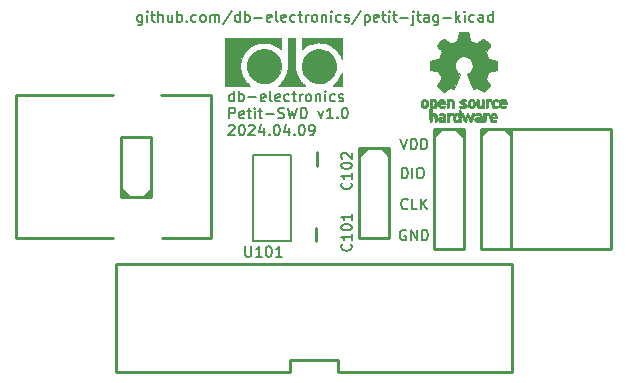
<source format=gto>
%TF.GenerationSoftware,KiCad,Pcbnew,7.0.8*%
%TF.CreationDate,2024-04-10T09:11:16-04:00*%
%TF.ProjectId,petit-swd,70657469-742d-4737-9764-2e6b69636164,0.1*%
%TF.SameCoordinates,PX77e7cd0PY6a95280*%
%TF.FileFunction,Legend,Top*%
%TF.FilePolarity,Positive*%
%FSLAX46Y46*%
G04 Gerber Fmt 4.6, Leading zero omitted, Abs format (unit mm)*
G04 Created by KiCad (PCBNEW 7.0.8) date 2024-04-10 09:11:16*
%MOMM*%
%LPD*%
G01*
G04 APERTURE LIST*
%ADD10C,0.203200*%
%ADD11C,0.254000*%
%ADD12C,0.010000*%
G04 APERTURE END LIST*
D10*
X24500750Y20159963D02*
X24797084Y19270963D01*
X24797084Y19270963D02*
X25093417Y20159963D01*
X25389750Y19270963D02*
X25389750Y20159963D01*
X25389750Y20159963D02*
X25601417Y20159963D01*
X25601417Y20159963D02*
X25728417Y20117630D01*
X25728417Y20117630D02*
X25813084Y20032963D01*
X25813084Y20032963D02*
X25855417Y19948296D01*
X25855417Y19948296D02*
X25897750Y19778963D01*
X25897750Y19778963D02*
X25897750Y19651963D01*
X25897750Y19651963D02*
X25855417Y19482630D01*
X25855417Y19482630D02*
X25813084Y19397963D01*
X25813084Y19397963D02*
X25728417Y19313296D01*
X25728417Y19313296D02*
X25601417Y19270963D01*
X25601417Y19270963D02*
X25389750Y19270963D01*
X26278750Y19270963D02*
X26278750Y20159963D01*
X26278750Y20159963D02*
X26490417Y20159963D01*
X26490417Y20159963D02*
X26617417Y20117630D01*
X26617417Y20117630D02*
X26702084Y20032963D01*
X26702084Y20032963D02*
X26744417Y19948296D01*
X26744417Y19948296D02*
X26786750Y19778963D01*
X26786750Y19778963D02*
X26786750Y19651963D01*
X26786750Y19651963D02*
X26744417Y19482630D01*
X26744417Y19482630D02*
X26702084Y19397963D01*
X26702084Y19397963D02*
X26617417Y19313296D01*
X26617417Y19313296D02*
X26490417Y19270963D01*
X26490417Y19270963D02*
X26278750Y19270963D01*
X24627750Y16832563D02*
X24627750Y17721563D01*
X24627750Y17721563D02*
X24839417Y17721563D01*
X24839417Y17721563D02*
X24966417Y17679230D01*
X24966417Y17679230D02*
X25051084Y17594563D01*
X25051084Y17594563D02*
X25093417Y17509896D01*
X25093417Y17509896D02*
X25135750Y17340563D01*
X25135750Y17340563D02*
X25135750Y17213563D01*
X25135750Y17213563D02*
X25093417Y17044230D01*
X25093417Y17044230D02*
X25051084Y16959563D01*
X25051084Y16959563D02*
X24966417Y16874896D01*
X24966417Y16874896D02*
X24839417Y16832563D01*
X24839417Y16832563D02*
X24627750Y16832563D01*
X25516750Y16832563D02*
X25516750Y17721563D01*
X26109417Y17721563D02*
X26278750Y17721563D01*
X26278750Y17721563D02*
X26363417Y17679230D01*
X26363417Y17679230D02*
X26448083Y17594563D01*
X26448083Y17594563D02*
X26490417Y17425230D01*
X26490417Y17425230D02*
X26490417Y17128896D01*
X26490417Y17128896D02*
X26448083Y16959563D01*
X26448083Y16959563D02*
X26363417Y16874896D01*
X26363417Y16874896D02*
X26278750Y16832563D01*
X26278750Y16832563D02*
X26109417Y16832563D01*
X26109417Y16832563D02*
X26024750Y16874896D01*
X26024750Y16874896D02*
X25940083Y16959563D01*
X25940083Y16959563D02*
X25897750Y17128896D01*
X25897750Y17128896D02*
X25897750Y17425230D01*
X25897750Y17425230D02*
X25940083Y17594563D01*
X25940083Y17594563D02*
X26024750Y17679230D01*
X26024750Y17679230D02*
X26109417Y17721563D01*
X24941017Y12396030D02*
X24856350Y12438363D01*
X24856350Y12438363D02*
X24729350Y12438363D01*
X24729350Y12438363D02*
X24602350Y12396030D01*
X24602350Y12396030D02*
X24517684Y12311363D01*
X24517684Y12311363D02*
X24475350Y12226696D01*
X24475350Y12226696D02*
X24433017Y12057363D01*
X24433017Y12057363D02*
X24433017Y11930363D01*
X24433017Y11930363D02*
X24475350Y11761030D01*
X24475350Y11761030D02*
X24517684Y11676363D01*
X24517684Y11676363D02*
X24602350Y11591696D01*
X24602350Y11591696D02*
X24729350Y11549363D01*
X24729350Y11549363D02*
X24814017Y11549363D01*
X24814017Y11549363D02*
X24941017Y11591696D01*
X24941017Y11591696D02*
X24983350Y11634030D01*
X24983350Y11634030D02*
X24983350Y11930363D01*
X24983350Y11930363D02*
X24814017Y11930363D01*
X25364350Y11549363D02*
X25364350Y12438363D01*
X25364350Y12438363D02*
X25872350Y11549363D01*
X25872350Y11549363D02*
X25872350Y12438363D01*
X26295683Y11549363D02*
X26295683Y12438363D01*
X26295683Y12438363D02*
X26507350Y12438363D01*
X26507350Y12438363D02*
X26634350Y12396030D01*
X26634350Y12396030D02*
X26719017Y12311363D01*
X26719017Y12311363D02*
X26761350Y12226696D01*
X26761350Y12226696D02*
X26803683Y12057363D01*
X26803683Y12057363D02*
X26803683Y11930363D01*
X26803683Y11930363D02*
X26761350Y11761030D01*
X26761350Y11761030D02*
X26719017Y11676363D01*
X26719017Y11676363D02*
X26634350Y11591696D01*
X26634350Y11591696D02*
X26507350Y11549363D01*
X26507350Y11549363D02*
X26295683Y11549363D01*
X10378350Y23331788D02*
X10378350Y24220788D01*
X10378350Y23374121D02*
X10293684Y23331788D01*
X10293684Y23331788D02*
X10124350Y23331788D01*
X10124350Y23331788D02*
X10039684Y23374121D01*
X10039684Y23374121D02*
X9997350Y23416455D01*
X9997350Y23416455D02*
X9955017Y23501121D01*
X9955017Y23501121D02*
X9955017Y23755121D01*
X9955017Y23755121D02*
X9997350Y23839788D01*
X9997350Y23839788D02*
X10039684Y23882121D01*
X10039684Y23882121D02*
X10124350Y23924455D01*
X10124350Y23924455D02*
X10293684Y23924455D01*
X10293684Y23924455D02*
X10378350Y23882121D01*
X10801683Y23331788D02*
X10801683Y24220788D01*
X10801683Y23882121D02*
X10886350Y23924455D01*
X10886350Y23924455D02*
X11055683Y23924455D01*
X11055683Y23924455D02*
X11140350Y23882121D01*
X11140350Y23882121D02*
X11182683Y23839788D01*
X11182683Y23839788D02*
X11225017Y23755121D01*
X11225017Y23755121D02*
X11225017Y23501121D01*
X11225017Y23501121D02*
X11182683Y23416455D01*
X11182683Y23416455D02*
X11140350Y23374121D01*
X11140350Y23374121D02*
X11055683Y23331788D01*
X11055683Y23331788D02*
X10886350Y23331788D01*
X10886350Y23331788D02*
X10801683Y23374121D01*
X11606016Y23670455D02*
X12283350Y23670455D01*
X13045350Y23374121D02*
X12960683Y23331788D01*
X12960683Y23331788D02*
X12791350Y23331788D01*
X12791350Y23331788D02*
X12706683Y23374121D01*
X12706683Y23374121D02*
X12664350Y23458788D01*
X12664350Y23458788D02*
X12664350Y23797455D01*
X12664350Y23797455D02*
X12706683Y23882121D01*
X12706683Y23882121D02*
X12791350Y23924455D01*
X12791350Y23924455D02*
X12960683Y23924455D01*
X12960683Y23924455D02*
X13045350Y23882121D01*
X13045350Y23882121D02*
X13087683Y23797455D01*
X13087683Y23797455D02*
X13087683Y23712788D01*
X13087683Y23712788D02*
X12664350Y23628121D01*
X13595683Y23331788D02*
X13511017Y23374121D01*
X13511017Y23374121D02*
X13468683Y23458788D01*
X13468683Y23458788D02*
X13468683Y24220788D01*
X14273017Y23374121D02*
X14188350Y23331788D01*
X14188350Y23331788D02*
X14019017Y23331788D01*
X14019017Y23331788D02*
X13934350Y23374121D01*
X13934350Y23374121D02*
X13892017Y23458788D01*
X13892017Y23458788D02*
X13892017Y23797455D01*
X13892017Y23797455D02*
X13934350Y23882121D01*
X13934350Y23882121D02*
X14019017Y23924455D01*
X14019017Y23924455D02*
X14188350Y23924455D01*
X14188350Y23924455D02*
X14273017Y23882121D01*
X14273017Y23882121D02*
X14315350Y23797455D01*
X14315350Y23797455D02*
X14315350Y23712788D01*
X14315350Y23712788D02*
X13892017Y23628121D01*
X15077350Y23374121D02*
X14992684Y23331788D01*
X14992684Y23331788D02*
X14823350Y23331788D01*
X14823350Y23331788D02*
X14738684Y23374121D01*
X14738684Y23374121D02*
X14696350Y23416455D01*
X14696350Y23416455D02*
X14654017Y23501121D01*
X14654017Y23501121D02*
X14654017Y23755121D01*
X14654017Y23755121D02*
X14696350Y23839788D01*
X14696350Y23839788D02*
X14738684Y23882121D01*
X14738684Y23882121D02*
X14823350Y23924455D01*
X14823350Y23924455D02*
X14992684Y23924455D01*
X14992684Y23924455D02*
X15077350Y23882121D01*
X15331350Y23924455D02*
X15670017Y23924455D01*
X15458350Y24220788D02*
X15458350Y23458788D01*
X15458350Y23458788D02*
X15500684Y23374121D01*
X15500684Y23374121D02*
X15585350Y23331788D01*
X15585350Y23331788D02*
X15670017Y23331788D01*
X15966350Y23331788D02*
X15966350Y23924455D01*
X15966350Y23755121D02*
X16008684Y23839788D01*
X16008684Y23839788D02*
X16051017Y23882121D01*
X16051017Y23882121D02*
X16135684Y23924455D01*
X16135684Y23924455D02*
X16220350Y23924455D01*
X16643683Y23331788D02*
X16559017Y23374121D01*
X16559017Y23374121D02*
X16516683Y23416455D01*
X16516683Y23416455D02*
X16474350Y23501121D01*
X16474350Y23501121D02*
X16474350Y23755121D01*
X16474350Y23755121D02*
X16516683Y23839788D01*
X16516683Y23839788D02*
X16559017Y23882121D01*
X16559017Y23882121D02*
X16643683Y23924455D01*
X16643683Y23924455D02*
X16770683Y23924455D01*
X16770683Y23924455D02*
X16855350Y23882121D01*
X16855350Y23882121D02*
X16897683Y23839788D01*
X16897683Y23839788D02*
X16940017Y23755121D01*
X16940017Y23755121D02*
X16940017Y23501121D01*
X16940017Y23501121D02*
X16897683Y23416455D01*
X16897683Y23416455D02*
X16855350Y23374121D01*
X16855350Y23374121D02*
X16770683Y23331788D01*
X16770683Y23331788D02*
X16643683Y23331788D01*
X17321016Y23924455D02*
X17321016Y23331788D01*
X17321016Y23839788D02*
X17363350Y23882121D01*
X17363350Y23882121D02*
X17448016Y23924455D01*
X17448016Y23924455D02*
X17575016Y23924455D01*
X17575016Y23924455D02*
X17659683Y23882121D01*
X17659683Y23882121D02*
X17702016Y23797455D01*
X17702016Y23797455D02*
X17702016Y23331788D01*
X18125349Y23331788D02*
X18125349Y23924455D01*
X18125349Y24220788D02*
X18083016Y24178455D01*
X18083016Y24178455D02*
X18125349Y24136121D01*
X18125349Y24136121D02*
X18167683Y24178455D01*
X18167683Y24178455D02*
X18125349Y24220788D01*
X18125349Y24220788D02*
X18125349Y24136121D01*
X18929682Y23374121D02*
X18845016Y23331788D01*
X18845016Y23331788D02*
X18675682Y23331788D01*
X18675682Y23331788D02*
X18591016Y23374121D01*
X18591016Y23374121D02*
X18548682Y23416455D01*
X18548682Y23416455D02*
X18506349Y23501121D01*
X18506349Y23501121D02*
X18506349Y23755121D01*
X18506349Y23755121D02*
X18548682Y23839788D01*
X18548682Y23839788D02*
X18591016Y23882121D01*
X18591016Y23882121D02*
X18675682Y23924455D01*
X18675682Y23924455D02*
X18845016Y23924455D01*
X18845016Y23924455D02*
X18929682Y23882121D01*
X19268349Y23374121D02*
X19353016Y23331788D01*
X19353016Y23331788D02*
X19522349Y23331788D01*
X19522349Y23331788D02*
X19607016Y23374121D01*
X19607016Y23374121D02*
X19649349Y23458788D01*
X19649349Y23458788D02*
X19649349Y23501121D01*
X19649349Y23501121D02*
X19607016Y23585788D01*
X19607016Y23585788D02*
X19522349Y23628121D01*
X19522349Y23628121D02*
X19395349Y23628121D01*
X19395349Y23628121D02*
X19310682Y23670455D01*
X19310682Y23670455D02*
X19268349Y23755121D01*
X19268349Y23755121D02*
X19268349Y23797455D01*
X19268349Y23797455D02*
X19310682Y23882121D01*
X19310682Y23882121D02*
X19395349Y23924455D01*
X19395349Y23924455D02*
X19522349Y23924455D01*
X19522349Y23924455D02*
X19607016Y23882121D01*
X9997350Y21900498D02*
X9997350Y22789498D01*
X9997350Y22789498D02*
X10336017Y22789498D01*
X10336017Y22789498D02*
X10420684Y22747165D01*
X10420684Y22747165D02*
X10463017Y22704831D01*
X10463017Y22704831D02*
X10505350Y22620165D01*
X10505350Y22620165D02*
X10505350Y22493165D01*
X10505350Y22493165D02*
X10463017Y22408498D01*
X10463017Y22408498D02*
X10420684Y22366165D01*
X10420684Y22366165D02*
X10336017Y22323831D01*
X10336017Y22323831D02*
X9997350Y22323831D01*
X11225017Y21942831D02*
X11140350Y21900498D01*
X11140350Y21900498D02*
X10971017Y21900498D01*
X10971017Y21900498D02*
X10886350Y21942831D01*
X10886350Y21942831D02*
X10844017Y22027498D01*
X10844017Y22027498D02*
X10844017Y22366165D01*
X10844017Y22366165D02*
X10886350Y22450831D01*
X10886350Y22450831D02*
X10971017Y22493165D01*
X10971017Y22493165D02*
X11140350Y22493165D01*
X11140350Y22493165D02*
X11225017Y22450831D01*
X11225017Y22450831D02*
X11267350Y22366165D01*
X11267350Y22366165D02*
X11267350Y22281498D01*
X11267350Y22281498D02*
X10844017Y22196831D01*
X11521350Y22493165D02*
X11860017Y22493165D01*
X11648350Y22789498D02*
X11648350Y22027498D01*
X11648350Y22027498D02*
X11690684Y21942831D01*
X11690684Y21942831D02*
X11775350Y21900498D01*
X11775350Y21900498D02*
X11860017Y21900498D01*
X12156350Y21900498D02*
X12156350Y22493165D01*
X12156350Y22789498D02*
X12114017Y22747165D01*
X12114017Y22747165D02*
X12156350Y22704831D01*
X12156350Y22704831D02*
X12198684Y22747165D01*
X12198684Y22747165D02*
X12156350Y22789498D01*
X12156350Y22789498D02*
X12156350Y22704831D01*
X12452683Y22493165D02*
X12791350Y22493165D01*
X12579683Y22789498D02*
X12579683Y22027498D01*
X12579683Y22027498D02*
X12622017Y21942831D01*
X12622017Y21942831D02*
X12706683Y21900498D01*
X12706683Y21900498D02*
X12791350Y21900498D01*
X13087683Y22239165D02*
X13765017Y22239165D01*
X14146017Y21942831D02*
X14273017Y21900498D01*
X14273017Y21900498D02*
X14484684Y21900498D01*
X14484684Y21900498D02*
X14569350Y21942831D01*
X14569350Y21942831D02*
X14611684Y21985165D01*
X14611684Y21985165D02*
X14654017Y22069831D01*
X14654017Y22069831D02*
X14654017Y22154498D01*
X14654017Y22154498D02*
X14611684Y22239165D01*
X14611684Y22239165D02*
X14569350Y22281498D01*
X14569350Y22281498D02*
X14484684Y22323831D01*
X14484684Y22323831D02*
X14315350Y22366165D01*
X14315350Y22366165D02*
X14230684Y22408498D01*
X14230684Y22408498D02*
X14188350Y22450831D01*
X14188350Y22450831D02*
X14146017Y22535498D01*
X14146017Y22535498D02*
X14146017Y22620165D01*
X14146017Y22620165D02*
X14188350Y22704831D01*
X14188350Y22704831D02*
X14230684Y22747165D01*
X14230684Y22747165D02*
X14315350Y22789498D01*
X14315350Y22789498D02*
X14527017Y22789498D01*
X14527017Y22789498D02*
X14654017Y22747165D01*
X14950351Y22789498D02*
X15162017Y21900498D01*
X15162017Y21900498D02*
X15331351Y22535498D01*
X15331351Y22535498D02*
X15500684Y21900498D01*
X15500684Y21900498D02*
X15712351Y22789498D01*
X16051017Y21900498D02*
X16051017Y22789498D01*
X16051017Y22789498D02*
X16262684Y22789498D01*
X16262684Y22789498D02*
X16389684Y22747165D01*
X16389684Y22747165D02*
X16474351Y22662498D01*
X16474351Y22662498D02*
X16516684Y22577831D01*
X16516684Y22577831D02*
X16559017Y22408498D01*
X16559017Y22408498D02*
X16559017Y22281498D01*
X16559017Y22281498D02*
X16516684Y22112165D01*
X16516684Y22112165D02*
X16474351Y22027498D01*
X16474351Y22027498D02*
X16389684Y21942831D01*
X16389684Y21942831D02*
X16262684Y21900498D01*
X16262684Y21900498D02*
X16051017Y21900498D01*
X17532684Y22493165D02*
X17744350Y21900498D01*
X17744350Y21900498D02*
X17956017Y22493165D01*
X18760350Y21900498D02*
X18252350Y21900498D01*
X18506350Y21900498D02*
X18506350Y22789498D01*
X18506350Y22789498D02*
X18421683Y22662498D01*
X18421683Y22662498D02*
X18337017Y22577831D01*
X18337017Y22577831D02*
X18252350Y22535498D01*
X19141350Y21985165D02*
X19183684Y21942831D01*
X19183684Y21942831D02*
X19141350Y21900498D01*
X19141350Y21900498D02*
X19099017Y21942831D01*
X19099017Y21942831D02*
X19141350Y21985165D01*
X19141350Y21985165D02*
X19141350Y21900498D01*
X19734017Y22789498D02*
X19818683Y22789498D01*
X19818683Y22789498D02*
X19903350Y22747165D01*
X19903350Y22747165D02*
X19945683Y22704831D01*
X19945683Y22704831D02*
X19988017Y22620165D01*
X19988017Y22620165D02*
X20030350Y22450831D01*
X20030350Y22450831D02*
X20030350Y22239165D01*
X20030350Y22239165D02*
X19988017Y22069831D01*
X19988017Y22069831D02*
X19945683Y21985165D01*
X19945683Y21985165D02*
X19903350Y21942831D01*
X19903350Y21942831D02*
X19818683Y21900498D01*
X19818683Y21900498D02*
X19734017Y21900498D01*
X19734017Y21900498D02*
X19649350Y21942831D01*
X19649350Y21942831D02*
X19607017Y21985165D01*
X19607017Y21985165D02*
X19564683Y22069831D01*
X19564683Y22069831D02*
X19522350Y22239165D01*
X19522350Y22239165D02*
X19522350Y22450831D01*
X19522350Y22450831D02*
X19564683Y22620165D01*
X19564683Y22620165D02*
X19607017Y22704831D01*
X19607017Y22704831D02*
X19649350Y22747165D01*
X19649350Y22747165D02*
X19734017Y22789498D01*
X9955017Y21273541D02*
X9997350Y21315875D01*
X9997350Y21315875D02*
X10082017Y21358208D01*
X10082017Y21358208D02*
X10293684Y21358208D01*
X10293684Y21358208D02*
X10378350Y21315875D01*
X10378350Y21315875D02*
X10420684Y21273541D01*
X10420684Y21273541D02*
X10463017Y21188875D01*
X10463017Y21188875D02*
X10463017Y21104208D01*
X10463017Y21104208D02*
X10420684Y20977208D01*
X10420684Y20977208D02*
X9912684Y20469208D01*
X9912684Y20469208D02*
X10463017Y20469208D01*
X11013351Y21358208D02*
X11098017Y21358208D01*
X11098017Y21358208D02*
X11182684Y21315875D01*
X11182684Y21315875D02*
X11225017Y21273541D01*
X11225017Y21273541D02*
X11267351Y21188875D01*
X11267351Y21188875D02*
X11309684Y21019541D01*
X11309684Y21019541D02*
X11309684Y20807875D01*
X11309684Y20807875D02*
X11267351Y20638541D01*
X11267351Y20638541D02*
X11225017Y20553875D01*
X11225017Y20553875D02*
X11182684Y20511541D01*
X11182684Y20511541D02*
X11098017Y20469208D01*
X11098017Y20469208D02*
X11013351Y20469208D01*
X11013351Y20469208D02*
X10928684Y20511541D01*
X10928684Y20511541D02*
X10886351Y20553875D01*
X10886351Y20553875D02*
X10844017Y20638541D01*
X10844017Y20638541D02*
X10801684Y20807875D01*
X10801684Y20807875D02*
X10801684Y21019541D01*
X10801684Y21019541D02*
X10844017Y21188875D01*
X10844017Y21188875D02*
X10886351Y21273541D01*
X10886351Y21273541D02*
X10928684Y21315875D01*
X10928684Y21315875D02*
X11013351Y21358208D01*
X11648351Y21273541D02*
X11690684Y21315875D01*
X11690684Y21315875D02*
X11775351Y21358208D01*
X11775351Y21358208D02*
X11987018Y21358208D01*
X11987018Y21358208D02*
X12071684Y21315875D01*
X12071684Y21315875D02*
X12114018Y21273541D01*
X12114018Y21273541D02*
X12156351Y21188875D01*
X12156351Y21188875D02*
X12156351Y21104208D01*
X12156351Y21104208D02*
X12114018Y20977208D01*
X12114018Y20977208D02*
X11606018Y20469208D01*
X11606018Y20469208D02*
X12156351Y20469208D01*
X12918351Y21061875D02*
X12918351Y20469208D01*
X12706685Y21400541D02*
X12495018Y20765541D01*
X12495018Y20765541D02*
X13045351Y20765541D01*
X13384018Y20553875D02*
X13426352Y20511541D01*
X13426352Y20511541D02*
X13384018Y20469208D01*
X13384018Y20469208D02*
X13341685Y20511541D01*
X13341685Y20511541D02*
X13384018Y20553875D01*
X13384018Y20553875D02*
X13384018Y20469208D01*
X13976685Y21358208D02*
X14061351Y21358208D01*
X14061351Y21358208D02*
X14146018Y21315875D01*
X14146018Y21315875D02*
X14188351Y21273541D01*
X14188351Y21273541D02*
X14230685Y21188875D01*
X14230685Y21188875D02*
X14273018Y21019541D01*
X14273018Y21019541D02*
X14273018Y20807875D01*
X14273018Y20807875D02*
X14230685Y20638541D01*
X14230685Y20638541D02*
X14188351Y20553875D01*
X14188351Y20553875D02*
X14146018Y20511541D01*
X14146018Y20511541D02*
X14061351Y20469208D01*
X14061351Y20469208D02*
X13976685Y20469208D01*
X13976685Y20469208D02*
X13892018Y20511541D01*
X13892018Y20511541D02*
X13849685Y20553875D01*
X13849685Y20553875D02*
X13807351Y20638541D01*
X13807351Y20638541D02*
X13765018Y20807875D01*
X13765018Y20807875D02*
X13765018Y21019541D01*
X13765018Y21019541D02*
X13807351Y21188875D01*
X13807351Y21188875D02*
X13849685Y21273541D01*
X13849685Y21273541D02*
X13892018Y21315875D01*
X13892018Y21315875D02*
X13976685Y21358208D01*
X15035018Y21061875D02*
X15035018Y20469208D01*
X14823352Y21400541D02*
X14611685Y20765541D01*
X14611685Y20765541D02*
X15162018Y20765541D01*
X15500685Y20553875D02*
X15543019Y20511541D01*
X15543019Y20511541D02*
X15500685Y20469208D01*
X15500685Y20469208D02*
X15458352Y20511541D01*
X15458352Y20511541D02*
X15500685Y20553875D01*
X15500685Y20553875D02*
X15500685Y20469208D01*
X16093352Y21358208D02*
X16178018Y21358208D01*
X16178018Y21358208D02*
X16262685Y21315875D01*
X16262685Y21315875D02*
X16305018Y21273541D01*
X16305018Y21273541D02*
X16347352Y21188875D01*
X16347352Y21188875D02*
X16389685Y21019541D01*
X16389685Y21019541D02*
X16389685Y20807875D01*
X16389685Y20807875D02*
X16347352Y20638541D01*
X16347352Y20638541D02*
X16305018Y20553875D01*
X16305018Y20553875D02*
X16262685Y20511541D01*
X16262685Y20511541D02*
X16178018Y20469208D01*
X16178018Y20469208D02*
X16093352Y20469208D01*
X16093352Y20469208D02*
X16008685Y20511541D01*
X16008685Y20511541D02*
X15966352Y20553875D01*
X15966352Y20553875D02*
X15924018Y20638541D01*
X15924018Y20638541D02*
X15881685Y20807875D01*
X15881685Y20807875D02*
X15881685Y21019541D01*
X15881685Y21019541D02*
X15924018Y21188875D01*
X15924018Y21188875D02*
X15966352Y21273541D01*
X15966352Y21273541D02*
X16008685Y21315875D01*
X16008685Y21315875D02*
X16093352Y21358208D01*
X16813019Y20469208D02*
X16982352Y20469208D01*
X16982352Y20469208D02*
X17067019Y20511541D01*
X17067019Y20511541D02*
X17109352Y20553875D01*
X17109352Y20553875D02*
X17194019Y20680875D01*
X17194019Y20680875D02*
X17236352Y20850208D01*
X17236352Y20850208D02*
X17236352Y21188875D01*
X17236352Y21188875D02*
X17194019Y21273541D01*
X17194019Y21273541D02*
X17151685Y21315875D01*
X17151685Y21315875D02*
X17067019Y21358208D01*
X17067019Y21358208D02*
X16897685Y21358208D01*
X16897685Y21358208D02*
X16813019Y21315875D01*
X16813019Y21315875D02*
X16770685Y21273541D01*
X16770685Y21273541D02*
X16728352Y21188875D01*
X16728352Y21188875D02*
X16728352Y20977208D01*
X16728352Y20977208D02*
X16770685Y20892541D01*
X16770685Y20892541D02*
X16813019Y20850208D01*
X16813019Y20850208D02*
X16897685Y20807875D01*
X16897685Y20807875D02*
X17067019Y20807875D01*
X17067019Y20807875D02*
X17151685Y20850208D01*
X17151685Y20850208D02*
X17194019Y20892541D01*
X17194019Y20892541D02*
X17236352Y20977208D01*
X25135750Y14275630D02*
X25093417Y14233296D01*
X25093417Y14233296D02*
X24966417Y14190963D01*
X24966417Y14190963D02*
X24881750Y14190963D01*
X24881750Y14190963D02*
X24754750Y14233296D01*
X24754750Y14233296D02*
X24670084Y14317963D01*
X24670084Y14317963D02*
X24627750Y14402630D01*
X24627750Y14402630D02*
X24585417Y14571963D01*
X24585417Y14571963D02*
X24585417Y14698963D01*
X24585417Y14698963D02*
X24627750Y14868296D01*
X24627750Y14868296D02*
X24670084Y14952963D01*
X24670084Y14952963D02*
X24754750Y15037630D01*
X24754750Y15037630D02*
X24881750Y15079963D01*
X24881750Y15079963D02*
X24966417Y15079963D01*
X24966417Y15079963D02*
X25093417Y15037630D01*
X25093417Y15037630D02*
X25135750Y14995296D01*
X25940084Y14190963D02*
X25516750Y14190963D01*
X25516750Y14190963D02*
X25516750Y15079963D01*
X26236417Y14190963D02*
X26236417Y15079963D01*
X26744417Y14190963D02*
X26363417Y14698963D01*
X26744417Y15079963D02*
X26236417Y14571963D01*
X2631350Y30671965D02*
X2631350Y29952298D01*
X2631350Y29952298D02*
X2589017Y29867631D01*
X2589017Y29867631D02*
X2546684Y29825298D01*
X2546684Y29825298D02*
X2462017Y29782965D01*
X2462017Y29782965D02*
X2335017Y29782965D01*
X2335017Y29782965D02*
X2250350Y29825298D01*
X2631350Y30121631D02*
X2546684Y30079298D01*
X2546684Y30079298D02*
X2377350Y30079298D01*
X2377350Y30079298D02*
X2292684Y30121631D01*
X2292684Y30121631D02*
X2250350Y30163965D01*
X2250350Y30163965D02*
X2208017Y30248631D01*
X2208017Y30248631D02*
X2208017Y30502631D01*
X2208017Y30502631D02*
X2250350Y30587298D01*
X2250350Y30587298D02*
X2292684Y30629631D01*
X2292684Y30629631D02*
X2377350Y30671965D01*
X2377350Y30671965D02*
X2546684Y30671965D01*
X2546684Y30671965D02*
X2631350Y30629631D01*
X3054683Y30079298D02*
X3054683Y30671965D01*
X3054683Y30968298D02*
X3012350Y30925965D01*
X3012350Y30925965D02*
X3054683Y30883631D01*
X3054683Y30883631D02*
X3097017Y30925965D01*
X3097017Y30925965D02*
X3054683Y30968298D01*
X3054683Y30968298D02*
X3054683Y30883631D01*
X3351016Y30671965D02*
X3689683Y30671965D01*
X3478016Y30968298D02*
X3478016Y30206298D01*
X3478016Y30206298D02*
X3520350Y30121631D01*
X3520350Y30121631D02*
X3605016Y30079298D01*
X3605016Y30079298D02*
X3689683Y30079298D01*
X3986016Y30079298D02*
X3986016Y30968298D01*
X4367016Y30079298D02*
X4367016Y30544965D01*
X4367016Y30544965D02*
X4324683Y30629631D01*
X4324683Y30629631D02*
X4240016Y30671965D01*
X4240016Y30671965D02*
X4113016Y30671965D01*
X4113016Y30671965D02*
X4028350Y30629631D01*
X4028350Y30629631D02*
X3986016Y30587298D01*
X5171349Y30671965D02*
X5171349Y30079298D01*
X4790349Y30671965D02*
X4790349Y30206298D01*
X4790349Y30206298D02*
X4832683Y30121631D01*
X4832683Y30121631D02*
X4917349Y30079298D01*
X4917349Y30079298D02*
X5044349Y30079298D01*
X5044349Y30079298D02*
X5129016Y30121631D01*
X5129016Y30121631D02*
X5171349Y30163965D01*
X5594682Y30079298D02*
X5594682Y30968298D01*
X5594682Y30629631D02*
X5679349Y30671965D01*
X5679349Y30671965D02*
X5848682Y30671965D01*
X5848682Y30671965D02*
X5933349Y30629631D01*
X5933349Y30629631D02*
X5975682Y30587298D01*
X5975682Y30587298D02*
X6018016Y30502631D01*
X6018016Y30502631D02*
X6018016Y30248631D01*
X6018016Y30248631D02*
X5975682Y30163965D01*
X5975682Y30163965D02*
X5933349Y30121631D01*
X5933349Y30121631D02*
X5848682Y30079298D01*
X5848682Y30079298D02*
X5679349Y30079298D01*
X5679349Y30079298D02*
X5594682Y30121631D01*
X6399015Y30163965D02*
X6441349Y30121631D01*
X6441349Y30121631D02*
X6399015Y30079298D01*
X6399015Y30079298D02*
X6356682Y30121631D01*
X6356682Y30121631D02*
X6399015Y30163965D01*
X6399015Y30163965D02*
X6399015Y30079298D01*
X7203348Y30121631D02*
X7118682Y30079298D01*
X7118682Y30079298D02*
X6949348Y30079298D01*
X6949348Y30079298D02*
X6864682Y30121631D01*
X6864682Y30121631D02*
X6822348Y30163965D01*
X6822348Y30163965D02*
X6780015Y30248631D01*
X6780015Y30248631D02*
X6780015Y30502631D01*
X6780015Y30502631D02*
X6822348Y30587298D01*
X6822348Y30587298D02*
X6864682Y30629631D01*
X6864682Y30629631D02*
X6949348Y30671965D01*
X6949348Y30671965D02*
X7118682Y30671965D01*
X7118682Y30671965D02*
X7203348Y30629631D01*
X7711348Y30079298D02*
X7626682Y30121631D01*
X7626682Y30121631D02*
X7584348Y30163965D01*
X7584348Y30163965D02*
X7542015Y30248631D01*
X7542015Y30248631D02*
X7542015Y30502631D01*
X7542015Y30502631D02*
X7584348Y30587298D01*
X7584348Y30587298D02*
X7626682Y30629631D01*
X7626682Y30629631D02*
X7711348Y30671965D01*
X7711348Y30671965D02*
X7838348Y30671965D01*
X7838348Y30671965D02*
X7923015Y30629631D01*
X7923015Y30629631D02*
X7965348Y30587298D01*
X7965348Y30587298D02*
X8007682Y30502631D01*
X8007682Y30502631D02*
X8007682Y30248631D01*
X8007682Y30248631D02*
X7965348Y30163965D01*
X7965348Y30163965D02*
X7923015Y30121631D01*
X7923015Y30121631D02*
X7838348Y30079298D01*
X7838348Y30079298D02*
X7711348Y30079298D01*
X8388681Y30079298D02*
X8388681Y30671965D01*
X8388681Y30587298D02*
X8431015Y30629631D01*
X8431015Y30629631D02*
X8515681Y30671965D01*
X8515681Y30671965D02*
X8642681Y30671965D01*
X8642681Y30671965D02*
X8727348Y30629631D01*
X8727348Y30629631D02*
X8769681Y30544965D01*
X8769681Y30544965D02*
X8769681Y30079298D01*
X8769681Y30544965D02*
X8812015Y30629631D01*
X8812015Y30629631D02*
X8896681Y30671965D01*
X8896681Y30671965D02*
X9023681Y30671965D01*
X9023681Y30671965D02*
X9108348Y30629631D01*
X9108348Y30629631D02*
X9150681Y30544965D01*
X9150681Y30544965D02*
X9150681Y30079298D01*
X10209014Y31010631D02*
X9447014Y29867631D01*
X10886347Y30079298D02*
X10886347Y30968298D01*
X10886347Y30121631D02*
X10801681Y30079298D01*
X10801681Y30079298D02*
X10632347Y30079298D01*
X10632347Y30079298D02*
X10547681Y30121631D01*
X10547681Y30121631D02*
X10505347Y30163965D01*
X10505347Y30163965D02*
X10463014Y30248631D01*
X10463014Y30248631D02*
X10463014Y30502631D01*
X10463014Y30502631D02*
X10505347Y30587298D01*
X10505347Y30587298D02*
X10547681Y30629631D01*
X10547681Y30629631D02*
X10632347Y30671965D01*
X10632347Y30671965D02*
X10801681Y30671965D01*
X10801681Y30671965D02*
X10886347Y30629631D01*
X11309680Y30079298D02*
X11309680Y30968298D01*
X11309680Y30629631D02*
X11394347Y30671965D01*
X11394347Y30671965D02*
X11563680Y30671965D01*
X11563680Y30671965D02*
X11648347Y30629631D01*
X11648347Y30629631D02*
X11690680Y30587298D01*
X11690680Y30587298D02*
X11733014Y30502631D01*
X11733014Y30502631D02*
X11733014Y30248631D01*
X11733014Y30248631D02*
X11690680Y30163965D01*
X11690680Y30163965D02*
X11648347Y30121631D01*
X11648347Y30121631D02*
X11563680Y30079298D01*
X11563680Y30079298D02*
X11394347Y30079298D01*
X11394347Y30079298D02*
X11309680Y30121631D01*
X12114013Y30417965D02*
X12791347Y30417965D01*
X13553347Y30121631D02*
X13468680Y30079298D01*
X13468680Y30079298D02*
X13299347Y30079298D01*
X13299347Y30079298D02*
X13214680Y30121631D01*
X13214680Y30121631D02*
X13172347Y30206298D01*
X13172347Y30206298D02*
X13172347Y30544965D01*
X13172347Y30544965D02*
X13214680Y30629631D01*
X13214680Y30629631D02*
X13299347Y30671965D01*
X13299347Y30671965D02*
X13468680Y30671965D01*
X13468680Y30671965D02*
X13553347Y30629631D01*
X13553347Y30629631D02*
X13595680Y30544965D01*
X13595680Y30544965D02*
X13595680Y30460298D01*
X13595680Y30460298D02*
X13172347Y30375631D01*
X14103680Y30079298D02*
X14019014Y30121631D01*
X14019014Y30121631D02*
X13976680Y30206298D01*
X13976680Y30206298D02*
X13976680Y30968298D01*
X14781014Y30121631D02*
X14696347Y30079298D01*
X14696347Y30079298D02*
X14527014Y30079298D01*
X14527014Y30079298D02*
X14442347Y30121631D01*
X14442347Y30121631D02*
X14400014Y30206298D01*
X14400014Y30206298D02*
X14400014Y30544965D01*
X14400014Y30544965D02*
X14442347Y30629631D01*
X14442347Y30629631D02*
X14527014Y30671965D01*
X14527014Y30671965D02*
X14696347Y30671965D01*
X14696347Y30671965D02*
X14781014Y30629631D01*
X14781014Y30629631D02*
X14823347Y30544965D01*
X14823347Y30544965D02*
X14823347Y30460298D01*
X14823347Y30460298D02*
X14400014Y30375631D01*
X15585347Y30121631D02*
X15500681Y30079298D01*
X15500681Y30079298D02*
X15331347Y30079298D01*
X15331347Y30079298D02*
X15246681Y30121631D01*
X15246681Y30121631D02*
X15204347Y30163965D01*
X15204347Y30163965D02*
X15162014Y30248631D01*
X15162014Y30248631D02*
X15162014Y30502631D01*
X15162014Y30502631D02*
X15204347Y30587298D01*
X15204347Y30587298D02*
X15246681Y30629631D01*
X15246681Y30629631D02*
X15331347Y30671965D01*
X15331347Y30671965D02*
X15500681Y30671965D01*
X15500681Y30671965D02*
X15585347Y30629631D01*
X15839347Y30671965D02*
X16178014Y30671965D01*
X15966347Y30968298D02*
X15966347Y30206298D01*
X15966347Y30206298D02*
X16008681Y30121631D01*
X16008681Y30121631D02*
X16093347Y30079298D01*
X16093347Y30079298D02*
X16178014Y30079298D01*
X16474347Y30079298D02*
X16474347Y30671965D01*
X16474347Y30502631D02*
X16516681Y30587298D01*
X16516681Y30587298D02*
X16559014Y30629631D01*
X16559014Y30629631D02*
X16643681Y30671965D01*
X16643681Y30671965D02*
X16728347Y30671965D01*
X17151680Y30079298D02*
X17067014Y30121631D01*
X17067014Y30121631D02*
X17024680Y30163965D01*
X17024680Y30163965D02*
X16982347Y30248631D01*
X16982347Y30248631D02*
X16982347Y30502631D01*
X16982347Y30502631D02*
X17024680Y30587298D01*
X17024680Y30587298D02*
X17067014Y30629631D01*
X17067014Y30629631D02*
X17151680Y30671965D01*
X17151680Y30671965D02*
X17278680Y30671965D01*
X17278680Y30671965D02*
X17363347Y30629631D01*
X17363347Y30629631D02*
X17405680Y30587298D01*
X17405680Y30587298D02*
X17448014Y30502631D01*
X17448014Y30502631D02*
X17448014Y30248631D01*
X17448014Y30248631D02*
X17405680Y30163965D01*
X17405680Y30163965D02*
X17363347Y30121631D01*
X17363347Y30121631D02*
X17278680Y30079298D01*
X17278680Y30079298D02*
X17151680Y30079298D01*
X17829013Y30671965D02*
X17829013Y30079298D01*
X17829013Y30587298D02*
X17871347Y30629631D01*
X17871347Y30629631D02*
X17956013Y30671965D01*
X17956013Y30671965D02*
X18083013Y30671965D01*
X18083013Y30671965D02*
X18167680Y30629631D01*
X18167680Y30629631D02*
X18210013Y30544965D01*
X18210013Y30544965D02*
X18210013Y30079298D01*
X18633346Y30079298D02*
X18633346Y30671965D01*
X18633346Y30968298D02*
X18591013Y30925965D01*
X18591013Y30925965D02*
X18633346Y30883631D01*
X18633346Y30883631D02*
X18675680Y30925965D01*
X18675680Y30925965D02*
X18633346Y30968298D01*
X18633346Y30968298D02*
X18633346Y30883631D01*
X19437679Y30121631D02*
X19353013Y30079298D01*
X19353013Y30079298D02*
X19183679Y30079298D01*
X19183679Y30079298D02*
X19099013Y30121631D01*
X19099013Y30121631D02*
X19056679Y30163965D01*
X19056679Y30163965D02*
X19014346Y30248631D01*
X19014346Y30248631D02*
X19014346Y30502631D01*
X19014346Y30502631D02*
X19056679Y30587298D01*
X19056679Y30587298D02*
X19099013Y30629631D01*
X19099013Y30629631D02*
X19183679Y30671965D01*
X19183679Y30671965D02*
X19353013Y30671965D01*
X19353013Y30671965D02*
X19437679Y30629631D01*
X19776346Y30121631D02*
X19861013Y30079298D01*
X19861013Y30079298D02*
X20030346Y30079298D01*
X20030346Y30079298D02*
X20115013Y30121631D01*
X20115013Y30121631D02*
X20157346Y30206298D01*
X20157346Y30206298D02*
X20157346Y30248631D01*
X20157346Y30248631D02*
X20115013Y30333298D01*
X20115013Y30333298D02*
X20030346Y30375631D01*
X20030346Y30375631D02*
X19903346Y30375631D01*
X19903346Y30375631D02*
X19818679Y30417965D01*
X19818679Y30417965D02*
X19776346Y30502631D01*
X19776346Y30502631D02*
X19776346Y30544965D01*
X19776346Y30544965D02*
X19818679Y30629631D01*
X19818679Y30629631D02*
X19903346Y30671965D01*
X19903346Y30671965D02*
X20030346Y30671965D01*
X20030346Y30671965D02*
X20115013Y30629631D01*
X21173346Y31010631D02*
X20411346Y29867631D01*
X21469679Y30671965D02*
X21469679Y29782965D01*
X21469679Y30629631D02*
X21554346Y30671965D01*
X21554346Y30671965D02*
X21723679Y30671965D01*
X21723679Y30671965D02*
X21808346Y30629631D01*
X21808346Y30629631D02*
X21850679Y30587298D01*
X21850679Y30587298D02*
X21893013Y30502631D01*
X21893013Y30502631D02*
X21893013Y30248631D01*
X21893013Y30248631D02*
X21850679Y30163965D01*
X21850679Y30163965D02*
X21808346Y30121631D01*
X21808346Y30121631D02*
X21723679Y30079298D01*
X21723679Y30079298D02*
X21554346Y30079298D01*
X21554346Y30079298D02*
X21469679Y30121631D01*
X22612679Y30121631D02*
X22528012Y30079298D01*
X22528012Y30079298D02*
X22358679Y30079298D01*
X22358679Y30079298D02*
X22274012Y30121631D01*
X22274012Y30121631D02*
X22231679Y30206298D01*
X22231679Y30206298D02*
X22231679Y30544965D01*
X22231679Y30544965D02*
X22274012Y30629631D01*
X22274012Y30629631D02*
X22358679Y30671965D01*
X22358679Y30671965D02*
X22528012Y30671965D01*
X22528012Y30671965D02*
X22612679Y30629631D01*
X22612679Y30629631D02*
X22655012Y30544965D01*
X22655012Y30544965D02*
X22655012Y30460298D01*
X22655012Y30460298D02*
X22231679Y30375631D01*
X22909012Y30671965D02*
X23247679Y30671965D01*
X23036012Y30968298D02*
X23036012Y30206298D01*
X23036012Y30206298D02*
X23078346Y30121631D01*
X23078346Y30121631D02*
X23163012Y30079298D01*
X23163012Y30079298D02*
X23247679Y30079298D01*
X23544012Y30079298D02*
X23544012Y30671965D01*
X23544012Y30968298D02*
X23501679Y30925965D01*
X23501679Y30925965D02*
X23544012Y30883631D01*
X23544012Y30883631D02*
X23586346Y30925965D01*
X23586346Y30925965D02*
X23544012Y30968298D01*
X23544012Y30968298D02*
X23544012Y30883631D01*
X23840345Y30671965D02*
X24179012Y30671965D01*
X23967345Y30968298D02*
X23967345Y30206298D01*
X23967345Y30206298D02*
X24009679Y30121631D01*
X24009679Y30121631D02*
X24094345Y30079298D01*
X24094345Y30079298D02*
X24179012Y30079298D01*
X24475345Y30417965D02*
X25152679Y30417965D01*
X25576012Y30671965D02*
X25576012Y29909965D01*
X25576012Y29909965D02*
X25533679Y29825298D01*
X25533679Y29825298D02*
X25449012Y29782965D01*
X25449012Y29782965D02*
X25406679Y29782965D01*
X25576012Y30968298D02*
X25533679Y30925965D01*
X25533679Y30925965D02*
X25576012Y30883631D01*
X25576012Y30883631D02*
X25618346Y30925965D01*
X25618346Y30925965D02*
X25576012Y30968298D01*
X25576012Y30968298D02*
X25576012Y30883631D01*
X25872345Y30671965D02*
X26211012Y30671965D01*
X25999345Y30968298D02*
X25999345Y30206298D01*
X25999345Y30206298D02*
X26041679Y30121631D01*
X26041679Y30121631D02*
X26126345Y30079298D01*
X26126345Y30079298D02*
X26211012Y30079298D01*
X26888345Y30079298D02*
X26888345Y30544965D01*
X26888345Y30544965D02*
X26846012Y30629631D01*
X26846012Y30629631D02*
X26761345Y30671965D01*
X26761345Y30671965D02*
X26592012Y30671965D01*
X26592012Y30671965D02*
X26507345Y30629631D01*
X26888345Y30121631D02*
X26803679Y30079298D01*
X26803679Y30079298D02*
X26592012Y30079298D01*
X26592012Y30079298D02*
X26507345Y30121631D01*
X26507345Y30121631D02*
X26465012Y30206298D01*
X26465012Y30206298D02*
X26465012Y30290965D01*
X26465012Y30290965D02*
X26507345Y30375631D01*
X26507345Y30375631D02*
X26592012Y30417965D01*
X26592012Y30417965D02*
X26803679Y30417965D01*
X26803679Y30417965D02*
X26888345Y30460298D01*
X27692678Y30671965D02*
X27692678Y29952298D01*
X27692678Y29952298D02*
X27650345Y29867631D01*
X27650345Y29867631D02*
X27608012Y29825298D01*
X27608012Y29825298D02*
X27523345Y29782965D01*
X27523345Y29782965D02*
X27396345Y29782965D01*
X27396345Y29782965D02*
X27311678Y29825298D01*
X27692678Y30121631D02*
X27608012Y30079298D01*
X27608012Y30079298D02*
X27438678Y30079298D01*
X27438678Y30079298D02*
X27354012Y30121631D01*
X27354012Y30121631D02*
X27311678Y30163965D01*
X27311678Y30163965D02*
X27269345Y30248631D01*
X27269345Y30248631D02*
X27269345Y30502631D01*
X27269345Y30502631D02*
X27311678Y30587298D01*
X27311678Y30587298D02*
X27354012Y30629631D01*
X27354012Y30629631D02*
X27438678Y30671965D01*
X27438678Y30671965D02*
X27608012Y30671965D01*
X27608012Y30671965D02*
X27692678Y30629631D01*
X28116011Y30417965D02*
X28793345Y30417965D01*
X29216678Y30079298D02*
X29216678Y30968298D01*
X29301345Y30417965D02*
X29555345Y30079298D01*
X29555345Y30671965D02*
X29216678Y30333298D01*
X29936345Y30079298D02*
X29936345Y30671965D01*
X29936345Y30968298D02*
X29894012Y30925965D01*
X29894012Y30925965D02*
X29936345Y30883631D01*
X29936345Y30883631D02*
X29978679Y30925965D01*
X29978679Y30925965D02*
X29936345Y30968298D01*
X29936345Y30968298D02*
X29936345Y30883631D01*
X30740678Y30121631D02*
X30656012Y30079298D01*
X30656012Y30079298D02*
X30486678Y30079298D01*
X30486678Y30079298D02*
X30402012Y30121631D01*
X30402012Y30121631D02*
X30359678Y30163965D01*
X30359678Y30163965D02*
X30317345Y30248631D01*
X30317345Y30248631D02*
X30317345Y30502631D01*
X30317345Y30502631D02*
X30359678Y30587298D01*
X30359678Y30587298D02*
X30402012Y30629631D01*
X30402012Y30629631D02*
X30486678Y30671965D01*
X30486678Y30671965D02*
X30656012Y30671965D01*
X30656012Y30671965D02*
X30740678Y30629631D01*
X31502678Y30079298D02*
X31502678Y30544965D01*
X31502678Y30544965D02*
X31460345Y30629631D01*
X31460345Y30629631D02*
X31375678Y30671965D01*
X31375678Y30671965D02*
X31206345Y30671965D01*
X31206345Y30671965D02*
X31121678Y30629631D01*
X31502678Y30121631D02*
X31418012Y30079298D01*
X31418012Y30079298D02*
X31206345Y30079298D01*
X31206345Y30079298D02*
X31121678Y30121631D01*
X31121678Y30121631D02*
X31079345Y30206298D01*
X31079345Y30206298D02*
X31079345Y30290965D01*
X31079345Y30290965D02*
X31121678Y30375631D01*
X31121678Y30375631D02*
X31206345Y30417965D01*
X31206345Y30417965D02*
X31418012Y30417965D01*
X31418012Y30417965D02*
X31502678Y30460298D01*
X32307011Y30079298D02*
X32307011Y30968298D01*
X32307011Y30121631D02*
X32222345Y30079298D01*
X32222345Y30079298D02*
X32053011Y30079298D01*
X32053011Y30079298D02*
X31968345Y30121631D01*
X31968345Y30121631D02*
X31926011Y30163965D01*
X31926011Y30163965D02*
X31883678Y30248631D01*
X31883678Y30248631D02*
X31883678Y30502631D01*
X31883678Y30502631D02*
X31926011Y30587298D01*
X31926011Y30587298D02*
X31968345Y30629631D01*
X31968345Y30629631D02*
X32053011Y30671965D01*
X32053011Y30671965D02*
X32222345Y30671965D01*
X32222345Y30671965D02*
X32307011Y30629631D01*
X11366499Y11080098D02*
X11366499Y10360431D01*
X11366499Y10360431D02*
X11408833Y10275765D01*
X11408833Y10275765D02*
X11451166Y10233431D01*
X11451166Y10233431D02*
X11535833Y10191098D01*
X11535833Y10191098D02*
X11705166Y10191098D01*
X11705166Y10191098D02*
X11789833Y10233431D01*
X11789833Y10233431D02*
X11832166Y10275765D01*
X11832166Y10275765D02*
X11874499Y10360431D01*
X11874499Y10360431D02*
X11874499Y11080098D01*
X12763499Y10191098D02*
X12255499Y10191098D01*
X12509499Y10191098D02*
X12509499Y11080098D01*
X12509499Y11080098D02*
X12424832Y10953098D01*
X12424832Y10953098D02*
X12340166Y10868431D01*
X12340166Y10868431D02*
X12255499Y10826098D01*
X13313833Y11080098D02*
X13398499Y11080098D01*
X13398499Y11080098D02*
X13483166Y11037765D01*
X13483166Y11037765D02*
X13525499Y10995431D01*
X13525499Y10995431D02*
X13567833Y10910765D01*
X13567833Y10910765D02*
X13610166Y10741431D01*
X13610166Y10741431D02*
X13610166Y10529765D01*
X13610166Y10529765D02*
X13567833Y10360431D01*
X13567833Y10360431D02*
X13525499Y10275765D01*
X13525499Y10275765D02*
X13483166Y10233431D01*
X13483166Y10233431D02*
X13398499Y10191098D01*
X13398499Y10191098D02*
X13313833Y10191098D01*
X13313833Y10191098D02*
X13229166Y10233431D01*
X13229166Y10233431D02*
X13186833Y10275765D01*
X13186833Y10275765D02*
X13144499Y10360431D01*
X13144499Y10360431D02*
X13102166Y10529765D01*
X13102166Y10529765D02*
X13102166Y10741431D01*
X13102166Y10741431D02*
X13144499Y10910765D01*
X13144499Y10910765D02*
X13186833Y10995431D01*
X13186833Y10995431D02*
X13229166Y11037765D01*
X13229166Y11037765D02*
X13313833Y11080098D01*
X14456833Y10191098D02*
X13948833Y10191098D01*
X14202833Y10191098D02*
X14202833Y11080098D01*
X14202833Y11080098D02*
X14118166Y10953098D01*
X14118166Y10953098D02*
X14033500Y10868431D01*
X14033500Y10868431D02*
X13948833Y10826098D01*
X20293135Y16454967D02*
X20335469Y16412634D01*
X20335469Y16412634D02*
X20377802Y16285634D01*
X20377802Y16285634D02*
X20377802Y16200967D01*
X20377802Y16200967D02*
X20335469Y16073967D01*
X20335469Y16073967D02*
X20250802Y15989300D01*
X20250802Y15989300D02*
X20166135Y15946967D01*
X20166135Y15946967D02*
X19996802Y15904634D01*
X19996802Y15904634D02*
X19869802Y15904634D01*
X19869802Y15904634D02*
X19700469Y15946967D01*
X19700469Y15946967D02*
X19615802Y15989300D01*
X19615802Y15989300D02*
X19531135Y16073967D01*
X19531135Y16073967D02*
X19488802Y16200967D01*
X19488802Y16200967D02*
X19488802Y16285634D01*
X19488802Y16285634D02*
X19531135Y16412634D01*
X19531135Y16412634D02*
X19573469Y16454967D01*
X20377802Y17301634D02*
X20377802Y16793634D01*
X20377802Y17047634D02*
X19488802Y17047634D01*
X19488802Y17047634D02*
X19615802Y16962967D01*
X19615802Y16962967D02*
X19700469Y16878300D01*
X19700469Y16878300D02*
X19742802Y16793634D01*
X19488802Y17851967D02*
X19488802Y17936634D01*
X19488802Y17936634D02*
X19531135Y18021301D01*
X19531135Y18021301D02*
X19573469Y18063634D01*
X19573469Y18063634D02*
X19658135Y18105967D01*
X19658135Y18105967D02*
X19827469Y18148301D01*
X19827469Y18148301D02*
X20039135Y18148301D01*
X20039135Y18148301D02*
X20208469Y18105967D01*
X20208469Y18105967D02*
X20293135Y18063634D01*
X20293135Y18063634D02*
X20335469Y18021301D01*
X20335469Y18021301D02*
X20377802Y17936634D01*
X20377802Y17936634D02*
X20377802Y17851967D01*
X20377802Y17851967D02*
X20335469Y17767301D01*
X20335469Y17767301D02*
X20293135Y17724967D01*
X20293135Y17724967D02*
X20208469Y17682634D01*
X20208469Y17682634D02*
X20039135Y17640301D01*
X20039135Y17640301D02*
X19827469Y17640301D01*
X19827469Y17640301D02*
X19658135Y17682634D01*
X19658135Y17682634D02*
X19573469Y17724967D01*
X19573469Y17724967D02*
X19531135Y17767301D01*
X19531135Y17767301D02*
X19488802Y17851967D01*
X19573469Y18486968D02*
X19531135Y18529301D01*
X19531135Y18529301D02*
X19488802Y18613968D01*
X19488802Y18613968D02*
X19488802Y18825634D01*
X19488802Y18825634D02*
X19531135Y18910301D01*
X19531135Y18910301D02*
X19573469Y18952634D01*
X19573469Y18952634D02*
X19658135Y18994968D01*
X19658135Y18994968D02*
X19742802Y18994968D01*
X19742802Y18994968D02*
X19869802Y18952634D01*
X19869802Y18952634D02*
X20377802Y18444634D01*
X20377802Y18444634D02*
X20377802Y18994968D01*
X20267735Y11222567D02*
X20310069Y11180234D01*
X20310069Y11180234D02*
X20352402Y11053234D01*
X20352402Y11053234D02*
X20352402Y10968567D01*
X20352402Y10968567D02*
X20310069Y10841567D01*
X20310069Y10841567D02*
X20225402Y10756900D01*
X20225402Y10756900D02*
X20140735Y10714567D01*
X20140735Y10714567D02*
X19971402Y10672234D01*
X19971402Y10672234D02*
X19844402Y10672234D01*
X19844402Y10672234D02*
X19675069Y10714567D01*
X19675069Y10714567D02*
X19590402Y10756900D01*
X19590402Y10756900D02*
X19505735Y10841567D01*
X19505735Y10841567D02*
X19463402Y10968567D01*
X19463402Y10968567D02*
X19463402Y11053234D01*
X19463402Y11053234D02*
X19505735Y11180234D01*
X19505735Y11180234D02*
X19548069Y11222567D01*
X20352402Y12069234D02*
X20352402Y11561234D01*
X20352402Y11815234D02*
X19463402Y11815234D01*
X19463402Y11815234D02*
X19590402Y11730567D01*
X19590402Y11730567D02*
X19675069Y11645900D01*
X19675069Y11645900D02*
X19717402Y11561234D01*
X19463402Y12619567D02*
X19463402Y12704234D01*
X19463402Y12704234D02*
X19505735Y12788901D01*
X19505735Y12788901D02*
X19548069Y12831234D01*
X19548069Y12831234D02*
X19632735Y12873567D01*
X19632735Y12873567D02*
X19802069Y12915901D01*
X19802069Y12915901D02*
X20013735Y12915901D01*
X20013735Y12915901D02*
X20183069Y12873567D01*
X20183069Y12873567D02*
X20267735Y12831234D01*
X20267735Y12831234D02*
X20310069Y12788901D01*
X20310069Y12788901D02*
X20352402Y12704234D01*
X20352402Y12704234D02*
X20352402Y12619567D01*
X20352402Y12619567D02*
X20310069Y12534901D01*
X20310069Y12534901D02*
X20267735Y12492567D01*
X20267735Y12492567D02*
X20183069Y12450234D01*
X20183069Y12450234D02*
X20013735Y12407901D01*
X20013735Y12407901D02*
X19802069Y12407901D01*
X19802069Y12407901D02*
X19632735Y12450234D01*
X19632735Y12450234D02*
X19548069Y12492567D01*
X19548069Y12492567D02*
X19505735Y12534901D01*
X19505735Y12534901D02*
X19463402Y12619567D01*
X20352402Y13762568D02*
X20352402Y13254568D01*
X20352402Y13508568D02*
X19463402Y13508568D01*
X19463402Y13508568D02*
X19590402Y13423901D01*
X19590402Y13423901D02*
X19675069Y13339234D01*
X19675069Y13339234D02*
X19717402Y13254568D01*
D11*
%TO.C,CON102*%
X27305000Y20955000D02*
X27305000Y10795000D01*
X27305000Y20955000D02*
X27559000Y20701000D01*
X27305000Y20320000D02*
X27940000Y20955000D01*
X27305000Y10795000D02*
X29845000Y10795000D01*
X29210000Y20955000D02*
X29845000Y20320000D01*
X29845000Y20955000D02*
X27305000Y20955000D01*
X29845000Y20955000D02*
X29591000Y20701000D01*
X29845000Y10795000D02*
X29845000Y20955000D01*
%TO.C,CON104*%
X-8015000Y11750000D02*
X185000Y11750000D01*
X-8015000Y11750000D02*
X-8015000Y23850000D01*
X8485000Y11750000D02*
X4285000Y11750000D01*
X8485000Y11750000D02*
X8485000Y23850000D01*
X-8015000Y23850000D02*
X185000Y23850000D01*
X8485000Y23850000D02*
X4185000Y23850000D01*
%TO.C,CON105*%
X21018500Y19354800D02*
X21018500Y11734800D01*
X21018500Y19354800D02*
X21272500Y19100800D01*
X21018500Y18719800D02*
X21653500Y19354800D01*
X21018500Y11734800D02*
X23558500Y11734800D01*
X22923500Y19354800D02*
X23558500Y18719800D01*
X23558500Y19354800D02*
X21018500Y19354800D01*
X23558500Y19354800D02*
X23304500Y19100800D01*
X23558500Y11734800D02*
X23558500Y19354800D01*
%TO.C,CON101*%
X381000Y381000D02*
X15113000Y381000D01*
X381000Y381000D02*
X381000Y9525000D01*
X15113000Y381000D02*
X15113000Y1397000D01*
X19177000Y381000D02*
X33909000Y381000D01*
X33909000Y381000D02*
X33909000Y9525000D01*
X15113000Y1397000D02*
X19177000Y1397000D01*
X19177000Y1397000D02*
X19177000Y381000D01*
X33909000Y9525000D02*
X381000Y9525000D01*
%TO.C,CON106*%
X3410000Y15265400D02*
X3156000Y15519400D01*
X3410000Y15265400D02*
X870000Y15265400D01*
X3410000Y20345400D02*
X3410000Y15265400D01*
X2775000Y15265400D02*
X3410000Y15900400D01*
X1505000Y15265400D02*
X870000Y15900400D01*
X870000Y15265400D02*
X1124000Y15519400D01*
X870000Y15265400D02*
X870000Y20345400D01*
X870000Y20345400D02*
X3410000Y20345400D01*
D10*
%TO.C,U101*%
X15227100Y18813800D02*
X11977100Y18813800D01*
X15227100Y18813800D02*
X15227100Y11513800D01*
X11977100Y18813800D02*
X11977100Y11513800D01*
X11977100Y11513800D02*
X15227100Y11513800D01*
%TO.C,logo102*%
D12*
X32073110Y23522588D02*
X32168440Y23505703D01*
X32197796Y23489667D01*
X32197453Y23425980D01*
X32146982Y23369154D01*
X32077318Y23350504D01*
X32063866Y23354086D01*
X31973443Y23354765D01*
X31912523Y23276473D01*
X31881362Y23119694D01*
X31877000Y23002984D01*
X31874261Y22855772D01*
X31862100Y22774291D01*
X31834602Y22739675D01*
X31792334Y22733000D01*
X31752758Y22739147D01*
X31727879Y22768128D01*
X31714322Y22835753D01*
X31708712Y22957831D01*
X31707667Y23129599D01*
X31707667Y23526197D01*
X31940152Y23528286D01*
X32073110Y23522588D01*
G36*
X32073110Y23522588D02*
G01*
X32168440Y23505703D01*
X32197796Y23489667D01*
X32197453Y23425980D01*
X32146982Y23369154D01*
X32077318Y23350504D01*
X32063866Y23354086D01*
X31973443Y23354765D01*
X31912523Y23276473D01*
X31881362Y23119694D01*
X31877000Y23002984D01*
X31874261Y22855772D01*
X31862100Y22774291D01*
X31834602Y22739675D01*
X31792334Y22733000D01*
X31752758Y22739147D01*
X31727879Y22768128D01*
X31714322Y22835753D01*
X31708712Y22957831D01*
X31707667Y23129599D01*
X31707667Y23526197D01*
X31940152Y23528286D01*
X32073110Y23522588D01*
G37*
X31867973Y22334812D02*
X31972916Y22320679D01*
X32004710Y22309229D01*
X32035713Y22258084D01*
X32003229Y22201266D01*
X31925209Y22156268D01*
X31831418Y22140334D01*
X31767796Y22136719D01*
X31730920Y22113349D01*
X31712083Y22051434D01*
X31702579Y21932184D01*
X31699018Y21854584D01*
X31689786Y21701826D01*
X31674135Y21614168D01*
X31644916Y21572042D01*
X31594983Y21555886D01*
X31589620Y21555093D01*
X31544481Y21551859D01*
X31516736Y21568048D01*
X31502946Y21619098D01*
X31499675Y21720445D01*
X31503485Y21887529D01*
X31504953Y21935329D01*
X31517167Y22329308D01*
X31732265Y22336989D01*
X31867973Y22334812D01*
G36*
X31867973Y22334812D02*
G01*
X31972916Y22320679D01*
X32004710Y22309229D01*
X32035713Y22258084D01*
X32003229Y22201266D01*
X31925209Y22156268D01*
X31831418Y22140334D01*
X31767796Y22136719D01*
X31730920Y22113349D01*
X31712083Y22051434D01*
X31702579Y21932184D01*
X31699018Y21854584D01*
X31689786Y21701826D01*
X31674135Y21614168D01*
X31644916Y21572042D01*
X31594983Y21555886D01*
X31589620Y21555093D01*
X31544481Y21551859D01*
X31516736Y21568048D01*
X31502946Y21619098D01*
X31499675Y21720445D01*
X31503485Y21887529D01*
X31504953Y21935329D01*
X31517167Y22329308D01*
X31732265Y22336989D01*
X31867973Y22334812D01*
G37*
X28601421Y22332130D02*
X28617334Y22304484D01*
X28637430Y22281795D01*
X28680284Y22309211D01*
X28753922Y22335837D01*
X28848479Y22334183D01*
X28927718Y22309178D01*
X28956000Y22271711D01*
X28918173Y22205687D01*
X28822495Y22152696D01*
X28744334Y22133807D01*
X28687825Y22120010D01*
X28654747Y22085047D01*
X28637319Y22009173D01*
X28627762Y21872642D01*
X28625983Y21833417D01*
X28616435Y21680376D01*
X28600611Y21593848D01*
X28572459Y21555679D01*
X28530733Y21547667D01*
X28492248Y21554188D01*
X28467956Y21584191D01*
X28454633Y21653341D01*
X28449057Y21777302D01*
X28448000Y21949834D01*
X28449279Y22136752D01*
X28455318Y22254722D01*
X28469426Y22319448D01*
X28494907Y22346636D01*
X28532667Y22352000D01*
X28601421Y22332130D01*
G36*
X28601421Y22332130D02*
G01*
X28617334Y22304484D01*
X28637430Y22281795D01*
X28680284Y22309211D01*
X28753922Y22335837D01*
X28848479Y22334183D01*
X28927718Y22309178D01*
X28956000Y22271711D01*
X28918173Y22205687D01*
X28822495Y22152696D01*
X28744334Y22133807D01*
X28687825Y22120010D01*
X28654747Y22085047D01*
X28637319Y22009173D01*
X28627762Y21872642D01*
X28625983Y21833417D01*
X28616435Y21680376D01*
X28600611Y21593848D01*
X28572459Y21555679D01*
X28530733Y21547667D01*
X28492248Y21554188D01*
X28467956Y21584191D01*
X28454633Y21653341D01*
X28449057Y21777302D01*
X28448000Y21949834D01*
X28449279Y22136752D01*
X28455318Y22254722D01*
X28469426Y22319448D01*
X28494907Y22346636D01*
X28532667Y22352000D01*
X28601421Y22332130D01*
G37*
X32668310Y23518736D02*
X32745728Y23478415D01*
X32799549Y23423532D01*
X32783543Y23368798D01*
X32771375Y23353311D01*
X32712729Y23310296D01*
X32639886Y23334972D01*
X32635244Y23337838D01*
X32533997Y23364075D01*
X32452165Y23315484D01*
X32401628Y23201564D01*
X32393193Y23144232D01*
X32409622Y23011806D01*
X32475992Y22933775D01*
X32577961Y22921716D01*
X32639875Y22945135D01*
X32737314Y22970346D01*
X32797714Y22933057D01*
X32808334Y22885464D01*
X32772022Y22829787D01*
X32684411Y22775691D01*
X32577489Y22739981D01*
X32520592Y22734288D01*
X32424023Y22756265D01*
X32370450Y22780944D01*
X32282730Y22872610D01*
X32219678Y23012785D01*
X32194389Y23166110D01*
X32200582Y23239661D01*
X32265428Y23382545D01*
X32380378Y23483422D01*
X32522362Y23532186D01*
X32668310Y23518736D01*
G36*
X32668310Y23518736D02*
G01*
X32745728Y23478415D01*
X32799549Y23423532D01*
X32783543Y23368798D01*
X32771375Y23353311D01*
X32712729Y23310296D01*
X32639886Y23334972D01*
X32635244Y23337838D01*
X32533997Y23364075D01*
X32452165Y23315484D01*
X32401628Y23201564D01*
X32393193Y23144232D01*
X32409622Y23011806D01*
X32475992Y22933775D01*
X32577961Y22921716D01*
X32639875Y22945135D01*
X32737314Y22970346D01*
X32797714Y22933057D01*
X32808334Y22885464D01*
X32772022Y22829787D01*
X32684411Y22775691D01*
X32577489Y22739981D01*
X32520592Y22734288D01*
X32424023Y22756265D01*
X32370450Y22780944D01*
X32282730Y22872610D01*
X32219678Y23012785D01*
X32194389Y23166110D01*
X32200582Y23239661D01*
X32265428Y23382545D01*
X32380378Y23483422D01*
X32522362Y23532186D01*
X32668310Y23518736D01*
G37*
X28815562Y23518858D02*
X28931226Y23477962D01*
X28999950Y23392435D01*
X29032749Y23249077D01*
X29040667Y23050500D01*
X29038586Y22887984D01*
X29029308Y22792615D01*
X29008278Y22746913D01*
X28970940Y22733399D01*
X28957934Y22733000D01*
X28912900Y22742973D01*
X28885962Y22785070D01*
X28870933Y22877564D01*
X28862684Y23014331D01*
X28849514Y23180253D01*
X28824746Y23281041D01*
X28783142Y23335990D01*
X28773604Y23342414D01*
X28691266Y23357380D01*
X28628294Y23295821D01*
X28588332Y23164407D01*
X28575000Y22978909D01*
X28571706Y22839808D01*
X28557318Y22765636D01*
X28525079Y22736768D01*
X28490334Y22733000D01*
X28450758Y22739147D01*
X28425879Y22768128D01*
X28412322Y22835753D01*
X28406712Y22957831D01*
X28405667Y23129599D01*
X28405667Y23526197D01*
X28641945Y23528321D01*
X28815562Y23518858D01*
G36*
X28815562Y23518858D02*
G01*
X28931226Y23477962D01*
X28999950Y23392435D01*
X29032749Y23249077D01*
X29040667Y23050500D01*
X29038586Y22887984D01*
X29029308Y22792615D01*
X29008278Y22746913D01*
X28970940Y22733399D01*
X28957934Y22733000D01*
X28912900Y22742973D01*
X28885962Y22785070D01*
X28870933Y22877564D01*
X28862684Y23014331D01*
X28849514Y23180253D01*
X28824746Y23281041D01*
X28783142Y23335990D01*
X28773604Y23342414D01*
X28691266Y23357380D01*
X28628294Y23295821D01*
X28588332Y23164407D01*
X28575000Y22978909D01*
X28571706Y22839808D01*
X28557318Y22765636D01*
X28525079Y22736768D01*
X28490334Y22733000D01*
X28450758Y22739147D01*
X28425879Y22768128D01*
X28412322Y22835753D01*
X28406712Y22957831D01*
X28405667Y23129599D01*
X28405667Y23526197D01*
X28641945Y23528321D01*
X28815562Y23518858D01*
G37*
X30635285Y23499870D02*
X30747959Y23395497D01*
X30809874Y23236243D01*
X30818667Y23135167D01*
X30788669Y22954097D01*
X30708097Y22822933D01*
X30591085Y22750166D01*
X30451768Y22744284D01*
X30304278Y22813777D01*
X30295209Y22820740D01*
X30228399Y22885756D01*
X30194961Y22964243D01*
X30184122Y23086865D01*
X30183751Y23128804D01*
X30353000Y23128804D01*
X30379069Y23008295D01*
X30442694Y22938599D01*
X30522001Y22925207D01*
X30595118Y22973610D01*
X30633905Y23058292D01*
X30636675Y23178609D01*
X30613281Y23265289D01*
X30546714Y23350707D01*
X30471370Y23363998D01*
X30403781Y23313833D01*
X30360479Y23208881D01*
X30353000Y23128804D01*
X30183751Y23128804D01*
X30183667Y23138240D01*
X30207385Y23336226D01*
X30279646Y23465933D01*
X30402111Y23529584D01*
X30481924Y23537334D01*
X30635285Y23499870D01*
G36*
X30635285Y23499870D02*
G01*
X30747959Y23395497D01*
X30809874Y23236243D01*
X30818667Y23135167D01*
X30788669Y22954097D01*
X30708097Y22822933D01*
X30591085Y22750166D01*
X30451768Y22744284D01*
X30304278Y22813777D01*
X30295209Y22820740D01*
X30228399Y22885756D01*
X30194961Y22964243D01*
X30184122Y23086865D01*
X30183751Y23128804D01*
X30353000Y23128804D01*
X30379069Y23008295D01*
X30442694Y22938599D01*
X30522001Y22925207D01*
X30595118Y22973610D01*
X30633905Y23058292D01*
X30636675Y23178609D01*
X30613281Y23265289D01*
X30546714Y23350707D01*
X30471370Y23363998D01*
X30403781Y23313833D01*
X30360479Y23208881D01*
X30353000Y23128804D01*
X30183751Y23128804D01*
X30183667Y23138240D01*
X30207385Y23336226D01*
X30279646Y23465933D01*
X30402111Y23529584D01*
X30481924Y23537334D01*
X30635285Y23499870D01*
G37*
X26695316Y23478714D02*
X26787151Y23362621D01*
X26835404Y23197111D01*
X26839334Y23127534D01*
X26808724Y22949523D01*
X26726760Y22820790D01*
X26608239Y22750007D01*
X26467958Y22745848D01*
X26320715Y22816983D01*
X26315876Y22820740D01*
X26247957Y22887422D01*
X26214636Y22968495D01*
X26204559Y23095526D01*
X26204334Y23130860D01*
X26205695Y23153933D01*
X26380918Y23153933D01*
X26391585Y23022953D01*
X26439683Y22958759D01*
X26536217Y22926501D01*
X26616432Y22966511D01*
X26663792Y23066390D01*
X26670000Y23131473D01*
X26644778Y23267467D01*
X26582966Y23342850D01*
X26505344Y23356010D01*
X26432693Y23305330D01*
X26385793Y23189197D01*
X26380918Y23153933D01*
X26205695Y23153933D01*
X26213147Y23280182D01*
X26246176Y23377772D01*
X26302312Y23445288D01*
X26438496Y23528568D01*
X26574297Y23536869D01*
X26695316Y23478714D01*
G36*
X26695316Y23478714D02*
G01*
X26787151Y23362621D01*
X26835404Y23197111D01*
X26839334Y23127534D01*
X26808724Y22949523D01*
X26726760Y22820790D01*
X26608239Y22750007D01*
X26467958Y22745848D01*
X26320715Y22816983D01*
X26315876Y22820740D01*
X26247957Y22887422D01*
X26214636Y22968495D01*
X26204559Y23095526D01*
X26204334Y23130860D01*
X26205695Y23153933D01*
X26380918Y23153933D01*
X26391585Y23022953D01*
X26439683Y22958759D01*
X26536217Y22926501D01*
X26616432Y22966511D01*
X26663792Y23066390D01*
X26670000Y23131473D01*
X26644778Y23267467D01*
X26582966Y23342850D01*
X26505344Y23356010D01*
X26432693Y23305330D01*
X26385793Y23189197D01*
X26380918Y23153933D01*
X26205695Y23153933D01*
X26213147Y23280182D01*
X26246176Y23377772D01*
X26302312Y23445288D01*
X26438496Y23528568D01*
X26574297Y23536869D01*
X26695316Y23478714D01*
G37*
X31493214Y23531196D02*
X31518088Y23502252D01*
X31531654Y23434703D01*
X31537278Y23312754D01*
X31538334Y23140052D01*
X31538334Y22742770D01*
X31325324Y22742770D01*
X31128198Y22765470D01*
X31018408Y22818781D01*
X30968775Y22869916D01*
X30940293Y22938134D01*
X30927393Y23046359D01*
X30924500Y23205480D01*
X30926421Y23365739D01*
X30935856Y23460112D01*
X30958315Y23507354D01*
X30999311Y23526224D01*
X31019750Y23529695D01*
X31069546Y23531626D01*
X31098053Y23508011D01*
X31111185Y23441325D01*
X31114856Y23314046D01*
X31115000Y23247473D01*
X31122127Y23068210D01*
X31147216Y22963561D01*
X31195831Y22924384D01*
X31273536Y22941539D01*
X31294917Y22951877D01*
X31337103Y22991714D01*
X31360072Y23069621D01*
X31368565Y23205550D01*
X31369000Y23263657D01*
X31371667Y23412084D01*
X31383536Y23494666D01*
X31410408Y23530155D01*
X31453667Y23537334D01*
X31493214Y23531196D01*
G36*
X31493214Y23531196D02*
G01*
X31518088Y23502252D01*
X31531654Y23434703D01*
X31537278Y23312754D01*
X31538334Y23140052D01*
X31538334Y22742770D01*
X31325324Y22742770D01*
X31128198Y22765470D01*
X31018408Y22818781D01*
X30968775Y22869916D01*
X30940293Y22938134D01*
X30927393Y23046359D01*
X30924500Y23205480D01*
X30926421Y23365739D01*
X30935856Y23460112D01*
X30958315Y23507354D01*
X30999311Y23526224D01*
X31019750Y23529695D01*
X31069546Y23531626D01*
X31098053Y23508011D01*
X31111185Y23441325D01*
X31114856Y23314046D01*
X31115000Y23247473D01*
X31122127Y23068210D01*
X31147216Y22963561D01*
X31195831Y22924384D01*
X31273536Y22941539D01*
X31294917Y22951877D01*
X31337103Y22991714D01*
X31360072Y23069621D01*
X31368565Y23205550D01*
X31369000Y23263657D01*
X31371667Y23412084D01*
X31383536Y23494666D01*
X31410408Y23530155D01*
X31453667Y23537334D01*
X31493214Y23531196D01*
G37*
X28138777Y23497344D02*
X28242415Y23398296D01*
X28304114Y23244923D01*
X28306660Y23230417D01*
X28332078Y23071667D01*
X28093706Y23071667D01*
X27949453Y23065699D01*
X27874830Y23045359D01*
X27855334Y23011020D01*
X27890728Y22949103D01*
X27974877Y22918508D01*
X28074729Y22928735D01*
X28101249Y22940341D01*
X28189217Y22958881D01*
X28229848Y22934219D01*
X28273629Y22872507D01*
X28249321Y22825082D01*
X28170842Y22782129D01*
X28018610Y22737068D01*
X27888982Y22761726D01*
X27800793Y22818183D01*
X27695197Y22951881D01*
X27657156Y23124346D01*
X27684334Y23293917D01*
X27865917Y23293917D01*
X27887946Y23253773D01*
X27982334Y23241000D01*
X28079373Y23254978D01*
X28098750Y23293917D01*
X28047725Y23335239D01*
X27982334Y23346834D01*
X27898547Y23326878D01*
X27865917Y23293917D01*
X27684334Y23293917D01*
X27686059Y23304679D01*
X27766840Y23445736D01*
X27881928Y23523345D01*
X28012261Y23539788D01*
X28138777Y23497344D01*
G36*
X28138777Y23497344D02*
G01*
X28242415Y23398296D01*
X28304114Y23244923D01*
X28306660Y23230417D01*
X28332078Y23071667D01*
X28093706Y23071667D01*
X27949453Y23065699D01*
X27874830Y23045359D01*
X27855334Y23011020D01*
X27890728Y22949103D01*
X27974877Y22918508D01*
X28074729Y22928735D01*
X28101249Y22940341D01*
X28189217Y22958881D01*
X28229848Y22934219D01*
X28273629Y22872507D01*
X28249321Y22825082D01*
X28170842Y22782129D01*
X28018610Y22737068D01*
X27888982Y22761726D01*
X27800793Y22818183D01*
X27695197Y22951881D01*
X27657156Y23124346D01*
X27684334Y23293917D01*
X27865917Y23293917D01*
X27887946Y23253773D01*
X27982334Y23241000D01*
X28079373Y23254978D01*
X28098750Y23293917D01*
X28047725Y23335239D01*
X27982334Y23346834D01*
X27898547Y23326878D01*
X27865917Y23293917D01*
X27684334Y23293917D01*
X27686059Y23304679D01*
X27766840Y23445736D01*
X27881928Y23523345D01*
X28012261Y23539788D01*
X28138777Y23497344D01*
G37*
X29877085Y23527310D02*
X29990844Y23488356D01*
X30064110Y23435456D01*
X30064508Y23387210D01*
X30003639Y23354067D01*
X29893103Y23346476D01*
X29840057Y23352534D01*
X29731875Y23363462D01*
X29684255Y23346104D01*
X29675667Y23309911D01*
X29709141Y23255180D01*
X29793247Y23241000D01*
X29943843Y23209732D01*
X30051821Y23126202D01*
X30098423Y23005823D01*
X30099000Y22989784D01*
X30079066Y22884375D01*
X30039278Y22820802D01*
X29913404Y22763528D01*
X29751719Y22751651D01*
X29590764Y22786601D01*
X29556701Y22801914D01*
X29468754Y22852972D01*
X29447716Y22891956D01*
X29477679Y22934155D01*
X29547724Y22972805D01*
X29625612Y22948800D01*
X29746230Y22908180D01*
X29853521Y22911212D01*
X29911425Y22949400D01*
X29909241Y23006532D01*
X29840479Y23050581D01*
X29723200Y23070728D01*
X29708393Y23071019D01*
X29587455Y23108018D01*
X29508453Y23200526D01*
X29488512Y23323099D01*
X29501966Y23377679D01*
X29583308Y23484655D01*
X29714160Y23535848D01*
X29877085Y23527310D01*
G36*
X29877085Y23527310D02*
G01*
X29990844Y23488356D01*
X30064110Y23435456D01*
X30064508Y23387210D01*
X30003639Y23354067D01*
X29893103Y23346476D01*
X29840057Y23352534D01*
X29731875Y23363462D01*
X29684255Y23346104D01*
X29675667Y23309911D01*
X29709141Y23255180D01*
X29793247Y23241000D01*
X29943843Y23209732D01*
X30051821Y23126202D01*
X30098423Y23005823D01*
X30099000Y22989784D01*
X30079066Y22884375D01*
X30039278Y22820802D01*
X29913404Y22763528D01*
X29751719Y22751651D01*
X29590764Y22786601D01*
X29556701Y22801914D01*
X29468754Y22852972D01*
X29447716Y22891956D01*
X29477679Y22934155D01*
X29547724Y22972805D01*
X29625612Y22948800D01*
X29746230Y22908180D01*
X29853521Y22911212D01*
X29911425Y22949400D01*
X29909241Y23006532D01*
X29840479Y23050581D01*
X29723200Y23070728D01*
X29708393Y23071019D01*
X29587455Y23108018D01*
X29508453Y23200526D01*
X29488512Y23323099D01*
X29501966Y23377679D01*
X29583308Y23484655D01*
X29714160Y23535848D01*
X29877085Y23527310D01*
G37*
X31173847Y22322833D02*
X31286650Y22270918D01*
X31326152Y22225962D01*
X31347915Y22144197D01*
X31363339Y22007792D01*
X31369000Y21851334D01*
X31369000Y21556768D01*
X31120608Y21553271D01*
X30959456Y21558822D01*
X30858540Y21584611D01*
X30803108Y21626138D01*
X30736367Y21746590D01*
X30737583Y21763621D01*
X30921895Y21763621D01*
X30923074Y21761641D01*
X30987990Y21724778D01*
X31081482Y21729273D01*
X31163066Y21767500D01*
X31191826Y21812250D01*
X31178302Y21870662D01*
X31107521Y21885686D01*
X30994223Y21867169D01*
X30925827Y21822095D01*
X30921895Y21763621D01*
X30737583Y21763621D01*
X30744501Y21860426D01*
X30818199Y21951989D01*
X30948152Y22005626D01*
X31033357Y22013334D01*
X31150540Y22024461D01*
X31197492Y22060820D01*
X31199667Y22076027D01*
X31161371Y22132824D01*
X31059052Y22166244D01*
X30911564Y22170225D01*
X30907618Y22169908D01*
X30815587Y22183303D01*
X30790988Y22229400D01*
X30836736Y22286072D01*
X30888869Y22312215D01*
X31030723Y22338675D01*
X31173847Y22322833D01*
G36*
X31173847Y22322833D02*
G01*
X31286650Y22270918D01*
X31326152Y22225962D01*
X31347915Y22144197D01*
X31363339Y22007792D01*
X31369000Y21851334D01*
X31369000Y21556768D01*
X31120608Y21553271D01*
X30959456Y21558822D01*
X30858540Y21584611D01*
X30803108Y21626138D01*
X30736367Y21746590D01*
X30737583Y21763621D01*
X30921895Y21763621D01*
X30923074Y21761641D01*
X30987990Y21724778D01*
X31081482Y21729273D01*
X31163066Y21767500D01*
X31191826Y21812250D01*
X31178302Y21870662D01*
X31107521Y21885686D01*
X30994223Y21867169D01*
X30925827Y21822095D01*
X30921895Y21763621D01*
X30737583Y21763621D01*
X30744501Y21860426D01*
X30818199Y21951989D01*
X30948152Y22005626D01*
X31033357Y22013334D01*
X31150540Y22024461D01*
X31197492Y22060820D01*
X31199667Y22076027D01*
X31161371Y22132824D01*
X31059052Y22166244D01*
X30911564Y22170225D01*
X30907618Y22169908D01*
X30815587Y22183303D01*
X30790988Y22229400D01*
X30836736Y22286072D01*
X30888869Y22312215D01*
X31030723Y22338675D01*
X31173847Y22322833D01*
G37*
X33316791Y23498957D02*
X33424104Y23398736D01*
X33481305Y23259037D01*
X33485667Y23206522D01*
X33485667Y23071667D01*
X33249306Y23071667D01*
X33099758Y23061625D01*
X33032429Y23031472D01*
X33047284Y22981171D01*
X33117624Y22926834D01*
X33204362Y22905843D01*
X33277171Y22936823D01*
X33358164Y22970376D01*
X33424256Y22942833D01*
X33429830Y22938307D01*
X33467675Y22893048D01*
X33444944Y22847477D01*
X33400657Y22808877D01*
X33256286Y22741114D01*
X33101596Y22748680D01*
X32961674Y22830000D01*
X32954576Y22836910D01*
X32869680Y22970518D01*
X32843420Y23124787D01*
X32866416Y23262621D01*
X33039122Y23262621D01*
X33073407Y23244532D01*
X33161655Y23241000D01*
X33262206Y23249002D01*
X33294524Y23278101D01*
X33289309Y23304500D01*
X33231306Y23359205D01*
X33189988Y23368000D01*
X33100617Y23337440D01*
X33062334Y23304500D01*
X33039122Y23262621D01*
X32866416Y23262621D01*
X32869174Y23279148D01*
X32940322Y23413030D01*
X33050241Y23505864D01*
X33180030Y23537334D01*
X33316791Y23498957D01*
G36*
X33316791Y23498957D02*
G01*
X33424104Y23398736D01*
X33481305Y23259037D01*
X33485667Y23206522D01*
X33485667Y23071667D01*
X33249306Y23071667D01*
X33099758Y23061625D01*
X33032429Y23031472D01*
X33047284Y22981171D01*
X33117624Y22926834D01*
X33204362Y22905843D01*
X33277171Y22936823D01*
X33358164Y22970376D01*
X33424256Y22942833D01*
X33429830Y22938307D01*
X33467675Y22893048D01*
X33444944Y22847477D01*
X33400657Y22808877D01*
X33256286Y22741114D01*
X33101596Y22748680D01*
X32961674Y22830000D01*
X32954576Y22836910D01*
X32869680Y22970518D01*
X32843420Y23124787D01*
X32866416Y23262621D01*
X33039122Y23262621D01*
X33073407Y23244532D01*
X33161655Y23241000D01*
X33262206Y23249002D01*
X33294524Y23278101D01*
X33289309Y23304500D01*
X33231306Y23359205D01*
X33189988Y23368000D01*
X33100617Y23337440D01*
X33062334Y23304500D01*
X33039122Y23262621D01*
X32866416Y23262621D01*
X32869174Y23279148D01*
X32940322Y23413030D01*
X33050241Y23505864D01*
X33180030Y23537334D01*
X33316791Y23498957D01*
G37*
X28085286Y22333733D02*
X28184581Y22286100D01*
X28232563Y22243316D01*
X28260879Y22184159D01*
X28274545Y22087425D01*
X28278575Y21931906D01*
X28278667Y21888312D01*
X28278667Y21556424D01*
X28044255Y21553624D01*
X27885424Y21560837D01*
X27782673Y21591689D01*
X27726755Y21633912D01*
X27655901Y21731222D01*
X27656980Y21791084D01*
X27863175Y21791084D01*
X27872438Y21737791D01*
X27940298Y21718093D01*
X27979229Y21717000D01*
X28073127Y21729263D01*
X28107292Y21776212D01*
X28109334Y21804479D01*
X28092648Y21866995D01*
X28026929Y21881453D01*
X27993279Y21878562D01*
X27896765Y21842422D01*
X27863175Y21791084D01*
X27656980Y21791084D01*
X27657619Y21826458D01*
X27709567Y21919248D01*
X27785364Y21987124D01*
X27902439Y22012283D01*
X27945505Y22013334D01*
X28054967Y22019905D01*
X28099442Y22045682D01*
X28100823Y22087417D01*
X28062704Y22140914D01*
X27965394Y22160839D01*
X27932394Y22161500D01*
X27799282Y22174172D01*
X27739313Y22209563D01*
X27756803Y22263733D01*
X27789408Y22291962D01*
X27929247Y22346177D01*
X28085286Y22333733D01*
G36*
X28085286Y22333733D02*
G01*
X28184581Y22286100D01*
X28232563Y22243316D01*
X28260879Y22184159D01*
X28274545Y22087425D01*
X28278575Y21931906D01*
X28278667Y21888312D01*
X28278667Y21556424D01*
X28044255Y21553624D01*
X27885424Y21560837D01*
X27782673Y21591689D01*
X27726755Y21633912D01*
X27655901Y21731222D01*
X27656980Y21791084D01*
X27863175Y21791084D01*
X27872438Y21737791D01*
X27940298Y21718093D01*
X27979229Y21717000D01*
X28073127Y21729263D01*
X28107292Y21776212D01*
X28109334Y21804479D01*
X28092648Y21866995D01*
X28026929Y21881453D01*
X27993279Y21878562D01*
X27896765Y21842422D01*
X27863175Y21791084D01*
X27656980Y21791084D01*
X27657619Y21826458D01*
X27709567Y21919248D01*
X27785364Y21987124D01*
X27902439Y22012283D01*
X27945505Y22013334D01*
X28054967Y22019905D01*
X28099442Y22045682D01*
X28100823Y22087417D01*
X28062704Y22140914D01*
X27965394Y22160839D01*
X27932394Y22161500D01*
X27799282Y22174172D01*
X27739313Y22209563D01*
X27756803Y22263733D01*
X27789408Y22291962D01*
X27929247Y22346177D01*
X28085286Y22333733D01*
G37*
X32471053Y22313375D02*
X32591604Y22212031D01*
X32666600Y22069768D01*
X32681334Y21969009D01*
X32670786Y21921397D01*
X32625924Y21896452D01*
X32526920Y21887226D01*
X32445396Y21886334D01*
X32310336Y21882696D01*
X32241809Y21867771D01*
X32221846Y21835538D01*
X32224217Y21812250D01*
X32257386Y21762011D01*
X32343404Y21740545D01*
X32413909Y21738167D01*
X32557620Y21726623D01*
X32626052Y21693678D01*
X32616024Y21641865D01*
X32577926Y21607706D01*
X32455922Y21560024D01*
X32305252Y21552881D01*
X32172492Y21587993D01*
X32164417Y21592459D01*
X32097302Y21671642D01*
X32047928Y21802367D01*
X32025464Y21951942D01*
X32032764Y22061905D01*
X32053344Y22107307D01*
X32217425Y22107307D01*
X32225938Y22054008D01*
X32294784Y22017984D01*
X32342667Y22013334D01*
X32440757Y22031046D01*
X32469667Y22072305D01*
X32434395Y22137371D01*
X32351623Y22166490D01*
X32279167Y22155643D01*
X32217425Y22107307D01*
X32053344Y22107307D01*
X32083112Y22172978D01*
X32173117Y22275267D01*
X32274995Y22341209D01*
X32325217Y22352000D01*
X32471053Y22313375D01*
G36*
X32471053Y22313375D02*
G01*
X32591604Y22212031D01*
X32666600Y22069768D01*
X32681334Y21969009D01*
X32670786Y21921397D01*
X32625924Y21896452D01*
X32526920Y21887226D01*
X32445396Y21886334D01*
X32310336Y21882696D01*
X32241809Y21867771D01*
X32221846Y21835538D01*
X32224217Y21812250D01*
X32257386Y21762011D01*
X32343404Y21740545D01*
X32413909Y21738167D01*
X32557620Y21726623D01*
X32626052Y21693678D01*
X32616024Y21641865D01*
X32577926Y21607706D01*
X32455922Y21560024D01*
X32305252Y21552881D01*
X32172492Y21587993D01*
X32164417Y21592459D01*
X32097302Y21671642D01*
X32047928Y21802367D01*
X32025464Y21951942D01*
X32032764Y22061905D01*
X32053344Y22107307D01*
X32217425Y22107307D01*
X32225938Y22054008D01*
X32294784Y22017984D01*
X32342667Y22013334D01*
X32440757Y22031046D01*
X32469667Y22072305D01*
X32434395Y22137371D01*
X32351623Y22166490D01*
X32279167Y22155643D01*
X32217425Y22107307D01*
X32053344Y22107307D01*
X32083112Y22172978D01*
X32173117Y22275267D01*
X32274995Y22341209D01*
X32325217Y22352000D01*
X32471053Y22313375D01*
G37*
X29541057Y22643624D02*
X29564722Y22620452D01*
X29579439Y22565252D01*
X29587316Y22464460D01*
X29590465Y22304509D01*
X29591000Y22103995D01*
X29591000Y21559655D01*
X29337718Y21556064D01*
X29188239Y21558835D01*
X29097657Y21577149D01*
X29040627Y21618038D01*
X29020218Y21644156D01*
X28971414Y21766207D01*
X28953838Y21925203D01*
X28954525Y21934110D01*
X29125334Y21934110D01*
X29149606Y21810480D01*
X29209625Y21737253D01*
X29286197Y21722866D01*
X29360127Y21775755D01*
X29385614Y21819712D01*
X29412072Y21940791D01*
X29394748Y22059430D01*
X29340468Y22142060D01*
X29317424Y22155032D01*
X29235943Y22147656D01*
X29166169Y22078625D01*
X29127785Y21970577D01*
X29125334Y21934110D01*
X28954525Y21934110D01*
X28966400Y22087877D01*
X29008006Y22220960D01*
X29040667Y22267334D01*
X29153547Y22341813D01*
X29275152Y22336660D01*
X29339783Y22308178D01*
X29389794Y22288990D01*
X29413835Y22313467D01*
X29421257Y22398527D01*
X29421667Y22456344D01*
X29427117Y22575960D01*
X29449789Y22632757D01*
X29499159Y22648231D01*
X29506334Y22648334D01*
X29541057Y22643624D01*
G36*
X29541057Y22643624D02*
G01*
X29564722Y22620452D01*
X29579439Y22565252D01*
X29587316Y22464460D01*
X29590465Y22304509D01*
X29591000Y22103995D01*
X29591000Y21559655D01*
X29337718Y21556064D01*
X29188239Y21558835D01*
X29097657Y21577149D01*
X29040627Y21618038D01*
X29020218Y21644156D01*
X28971414Y21766207D01*
X28953838Y21925203D01*
X28954525Y21934110D01*
X29125334Y21934110D01*
X29149606Y21810480D01*
X29209625Y21737253D01*
X29286197Y21722866D01*
X29360127Y21775755D01*
X29385614Y21819712D01*
X29412072Y21940791D01*
X29394748Y22059430D01*
X29340468Y22142060D01*
X29317424Y22155032D01*
X29235943Y22147656D01*
X29166169Y22078625D01*
X29127785Y21970577D01*
X29125334Y21934110D01*
X28954525Y21934110D01*
X28966400Y22087877D01*
X29008006Y22220960D01*
X29040667Y22267334D01*
X29153547Y22341813D01*
X29275152Y22336660D01*
X29339783Y22308178D01*
X29389794Y22288990D01*
X29413835Y22313467D01*
X29421257Y22398527D01*
X29421667Y22456344D01*
X29427117Y22575960D01*
X29449789Y22632757D01*
X29499159Y22648231D01*
X29506334Y22648334D01*
X29541057Y22643624D01*
G37*
X30718303Y22342142D02*
X30734000Y22328593D01*
X30722607Y22280361D01*
X30692032Y22170283D01*
X30647683Y22017531D01*
X30620057Y21924545D01*
X30563782Y21744586D01*
X30520730Y21632513D01*
X30483235Y21574162D01*
X30443629Y21555370D01*
X30420731Y21556369D01*
X30360015Y21589873D01*
X30307799Y21680587D01*
X30266592Y21801667D01*
X30197837Y22034500D01*
X30119521Y21791084D01*
X30060277Y21634936D01*
X30004474Y21554837D01*
X29948090Y21552350D01*
X29887104Y21629040D01*
X29817495Y21786471D01*
X29767296Y21928134D01*
X29710605Y22112197D01*
X29678906Y22248603D01*
X29674991Y22324247D01*
X29680874Y22334052D01*
X29760044Y22344066D01*
X29829007Y22270578D01*
X29887212Y22114200D01*
X29890427Y22101893D01*
X29925012Y21986821D01*
X29955399Y21919342D01*
X29969227Y21911248D01*
X29995750Y21962034D01*
X30036467Y22065113D01*
X30060321Y22132744D01*
X30110833Y22248886D01*
X30163480Y22319783D01*
X30187147Y22330834D01*
X30233612Y22293015D01*
X30290645Y22191975D01*
X30334352Y22084000D01*
X30421886Y21837166D01*
X30493454Y22094583D01*
X30539848Y22241314D01*
X30582457Y22321097D01*
X30631334Y22350515D01*
X30649511Y22352000D01*
X30718303Y22342142D01*
G36*
X30718303Y22342142D02*
G01*
X30734000Y22328593D01*
X30722607Y22280361D01*
X30692032Y22170283D01*
X30647683Y22017531D01*
X30620057Y21924545D01*
X30563782Y21744586D01*
X30520730Y21632513D01*
X30483235Y21574162D01*
X30443629Y21555370D01*
X30420731Y21556369D01*
X30360015Y21589873D01*
X30307799Y21680587D01*
X30266592Y21801667D01*
X30197837Y22034500D01*
X30119521Y21791084D01*
X30060277Y21634936D01*
X30004474Y21554837D01*
X29948090Y21552350D01*
X29887104Y21629040D01*
X29817495Y21786471D01*
X29767296Y21928134D01*
X29710605Y22112197D01*
X29678906Y22248603D01*
X29674991Y22324247D01*
X29680874Y22334052D01*
X29760044Y22344066D01*
X29829007Y22270578D01*
X29887212Y22114200D01*
X29890427Y22101893D01*
X29925012Y21986821D01*
X29955399Y21919342D01*
X29969227Y21911248D01*
X29995750Y21962034D01*
X30036467Y22065113D01*
X30060321Y22132744D01*
X30110833Y22248886D01*
X30163480Y22319783D01*
X30187147Y22330834D01*
X30233612Y22293015D01*
X30290645Y22191975D01*
X30334352Y22084000D01*
X30421886Y21837166D01*
X30493454Y22094583D01*
X30539848Y22241314D01*
X30582457Y22321097D01*
X30631334Y22350515D01*
X30649511Y22352000D01*
X30718303Y22342142D01*
G37*
X27371782Y23518152D02*
X27484943Y23465201D01*
X27547137Y23359864D01*
X27570099Y23189536D01*
X27571095Y23128322D01*
X27565093Y22980364D01*
X27541203Y22888136D01*
X27490604Y22823184D01*
X27471380Y22806763D01*
X27341067Y22746311D01*
X27253665Y22749617D01*
X27185994Y22759506D01*
X27150906Y22741636D01*
X27137697Y22677222D01*
X27135667Y22547478D01*
X27135667Y22542500D01*
X27137531Y22410559D01*
X27150260Y22344498D01*
X27184555Y22325532D01*
X27251120Y22334875D01*
X27253665Y22335384D01*
X27391738Y22325403D01*
X27472926Y22276986D01*
X27526098Y22224378D01*
X27557077Y22158415D01*
X27572014Y22055781D01*
X27577063Y21893159D01*
X27577177Y21881911D01*
X27576815Y21720882D01*
X27568466Y21625827D01*
X27546973Y21578101D01*
X27507179Y21559058D01*
X27486912Y21555568D01*
X27437371Y21554733D01*
X27408054Y21581600D01*
X27392179Y21653802D01*
X27382965Y21788974D01*
X27381079Y21830734D01*
X27372567Y21983076D01*
X27358633Y22069438D01*
X27331617Y22108478D01*
X27283859Y22118854D01*
X27262667Y22119167D01*
X27206340Y22114013D01*
X27173420Y22086055D01*
X27156145Y22016552D01*
X27146751Y21886761D01*
X27144316Y21833417D01*
X27134634Y21680053D01*
X27118556Y21593339D01*
X27090211Y21555257D01*
X27051179Y21547667D01*
X27004328Y21560004D01*
X26977231Y21609759D01*
X26962557Y21716051D01*
X26957863Y21791084D01*
X26954338Y21915499D01*
X26952677Y22104545D01*
X26952888Y22338207D01*
X26954976Y22596470D01*
X26957564Y22781561D01*
X26964260Y23185129D01*
X27143519Y23185129D01*
X27151393Y23048701D01*
X27192359Y22946641D01*
X27256435Y22902638D01*
X27262667Y22902334D01*
X27313607Y22931004D01*
X27344882Y22962879D01*
X27374628Y23042869D01*
X27383185Y23161896D01*
X27381815Y23185129D01*
X27365572Y23291700D01*
X27328936Y23337600D01*
X27262667Y23346834D01*
X27191978Y23335423D01*
X27157804Y23285221D01*
X27143519Y23185129D01*
X26964260Y23185129D01*
X26969961Y23528621D01*
X27195920Y23531320D01*
X27371782Y23518152D01*
G36*
X27371782Y23518152D02*
G01*
X27484943Y23465201D01*
X27547137Y23359864D01*
X27570099Y23189536D01*
X27571095Y23128322D01*
X27565093Y22980364D01*
X27541203Y22888136D01*
X27490604Y22823184D01*
X27471380Y22806763D01*
X27341067Y22746311D01*
X27253665Y22749617D01*
X27185994Y22759506D01*
X27150906Y22741636D01*
X27137697Y22677222D01*
X27135667Y22547478D01*
X27135667Y22542500D01*
X27137531Y22410559D01*
X27150260Y22344498D01*
X27184555Y22325532D01*
X27251120Y22334875D01*
X27253665Y22335384D01*
X27391738Y22325403D01*
X27472926Y22276986D01*
X27526098Y22224378D01*
X27557077Y22158415D01*
X27572014Y22055781D01*
X27577063Y21893159D01*
X27577177Y21881911D01*
X27576815Y21720882D01*
X27568466Y21625827D01*
X27546973Y21578101D01*
X27507179Y21559058D01*
X27486912Y21555568D01*
X27437371Y21554733D01*
X27408054Y21581600D01*
X27392179Y21653802D01*
X27382965Y21788974D01*
X27381079Y21830734D01*
X27372567Y21983076D01*
X27358633Y22069438D01*
X27331617Y22108478D01*
X27283859Y22118854D01*
X27262667Y22119167D01*
X27206340Y22114013D01*
X27173420Y22086055D01*
X27156145Y22016552D01*
X27146751Y21886761D01*
X27144316Y21833417D01*
X27134634Y21680053D01*
X27118556Y21593339D01*
X27090211Y21555257D01*
X27051179Y21547667D01*
X27004328Y21560004D01*
X26977231Y21609759D01*
X26962557Y21716051D01*
X26957863Y21791084D01*
X26954338Y21915499D01*
X26952677Y22104545D01*
X26952888Y22338207D01*
X26954976Y22596470D01*
X26957564Y22781561D01*
X26964260Y23185129D01*
X27143519Y23185129D01*
X27151393Y23048701D01*
X27192359Y22946641D01*
X27256435Y22902638D01*
X27262667Y22902334D01*
X27313607Y22931004D01*
X27344882Y22962879D01*
X27374628Y23042869D01*
X27383185Y23161896D01*
X27381815Y23185129D01*
X27365572Y23291700D01*
X27328936Y23337600D01*
X27262667Y23346834D01*
X27191978Y23335423D01*
X27157804Y23285221D01*
X27143519Y23185129D01*
X26964260Y23185129D01*
X26969961Y23528621D01*
X27195920Y23531320D01*
X27371782Y23518152D01*
G37*
X30275560Y29040667D02*
X30302250Y28911282D01*
X30335022Y28746986D01*
X30352154Y28659094D01*
X30397180Y28425687D01*
X30641344Y28331010D01*
X30775353Y28281115D01*
X30877684Y28246812D01*
X30920794Y28236334D01*
X30970198Y28259205D01*
X31068245Y28319614D01*
X31195142Y28405254D01*
X31215458Y28419528D01*
X31348435Y28512644D01*
X31458169Y28588027D01*
X31523037Y28630843D01*
X31526641Y28633007D01*
X31577262Y28619166D01*
X31668224Y28559301D01*
X31781625Y28468845D01*
X31899565Y28363225D01*
X32004144Y28257873D01*
X32077459Y28168218D01*
X32090544Y28146943D01*
X32094635Y28089091D01*
X32055760Y27995359D01*
X31968556Y27854487D01*
X31912641Y27773458D01*
X31697573Y27468198D01*
X31813402Y27195664D01*
X31896438Y27024936D01*
X31970107Y26929170D01*
X32019532Y26902206D01*
X32107548Y26883449D01*
X32246544Y26855506D01*
X32385000Y26828558D01*
X32660167Y26775834D01*
X32660167Y25971500D01*
X32309817Y25903373D01*
X32148708Y25870501D01*
X32023266Y25841994D01*
X31953680Y25822554D01*
X31946212Y25818707D01*
X31925205Y25773901D01*
X31882557Y25671817D01*
X31827296Y25534095D01*
X31824498Y25527000D01*
X31716040Y25251834D01*
X31895047Y24997834D01*
X31986350Y24867236D01*
X32059223Y24761082D01*
X32099021Y24700727D01*
X32100457Y24698310D01*
X32083781Y24650833D01*
X32017315Y24560645D01*
X31913030Y24442946D01*
X31841597Y24369710D01*
X31556334Y24086634D01*
X31285067Y24277651D01*
X31122811Y24386340D01*
X31007448Y24445514D01*
X30920852Y24459886D01*
X30844896Y24434171D01*
X30799992Y24403821D01*
X30725675Y24355707D01*
X30688786Y24341667D01*
X30663662Y24378736D01*
X30612845Y24481217D01*
X30542357Y24636020D01*
X30458221Y24830055D01*
X30397732Y24974237D01*
X30135710Y25606807D01*
X30310596Y25764806D01*
X30471057Y25932210D01*
X30564780Y26092915D01*
X30603912Y26270974D01*
X30607000Y26351758D01*
X30570592Y26611427D01*
X30460931Y26829129D01*
X30368797Y26931891D01*
X30167785Y27069358D01*
X29950537Y27133737D01*
X29730953Y27131064D01*
X29522933Y27067373D01*
X29340377Y26948699D01*
X29197184Y26781075D01*
X29107255Y26570537D01*
X29083000Y26373667D01*
X29114081Y26146578D01*
X29213006Y25946807D01*
X29375674Y25767987D01*
X29554290Y25606807D01*
X29292268Y24974237D01*
X29202395Y24761374D01*
X29122168Y24579046D01*
X29057610Y24440343D01*
X29014743Y24358354D01*
X29001214Y24341667D01*
X28948439Y24364586D01*
X28890008Y24403821D01*
X28791436Y24456748D01*
X28691718Y24453657D01*
X28568110Y24391308D01*
X28507268Y24349331D01*
X28344667Y24230848D01*
X28233064Y24157936D01*
X28151576Y24131426D01*
X28079319Y24152149D01*
X27995411Y24220936D01*
X27878968Y24338619D01*
X27842303Y24375801D01*
X27557967Y24662333D01*
X27748984Y24933600D01*
X27840102Y25071625D01*
X27907595Y25190296D01*
X27939102Y25267483D01*
X27940000Y25275622D01*
X27925382Y25342737D01*
X27888634Y25458515D01*
X27840417Y25593558D01*
X27791391Y25718470D01*
X27752218Y25803854D01*
X27743103Y25818568D01*
X27698831Y25833766D01*
X27591478Y25860061D01*
X27441125Y25892666D01*
X27380321Y25905031D01*
X27029834Y25975092D01*
X27029834Y26775834D01*
X27305000Y26828558D01*
X27462185Y26859214D01*
X27596656Y26886379D01*
X27670468Y26902206D01*
X27740985Y26950113D01*
X27816759Y27067037D01*
X27876739Y27195994D01*
X27992708Y27468858D01*
X27805952Y27736179D01*
X27712470Y27870701D01*
X27636534Y27981276D01*
X27592532Y28046927D01*
X27589388Y28051906D01*
X27603576Y28101751D01*
X27666813Y28189488D01*
X27762966Y28298975D01*
X27875900Y28414072D01*
X27989480Y28518637D01*
X28087574Y28596528D01*
X28154046Y28631606D01*
X28167611Y28630380D01*
X28223713Y28593640D01*
X28327589Y28522383D01*
X28458029Y28431180D01*
X28474543Y28419528D01*
X28604061Y28331162D01*
X28707702Y28266180D01*
X28765671Y28236889D01*
X28769206Y28236334D01*
X28824709Y28250645D01*
X28933438Y28287847D01*
X29048657Y28331010D01*
X29292820Y28425687D01*
X29337846Y28659094D01*
X29369828Y28822000D01*
X29401068Y28976590D01*
X29414441Y29040667D01*
X29446010Y29188834D01*
X30243991Y29188834D01*
X30275560Y29040667D01*
G36*
X30275560Y29040667D02*
G01*
X30302250Y28911282D01*
X30335022Y28746986D01*
X30352154Y28659094D01*
X30397180Y28425687D01*
X30641344Y28331010D01*
X30775353Y28281115D01*
X30877684Y28246812D01*
X30920794Y28236334D01*
X30970198Y28259205D01*
X31068245Y28319614D01*
X31195142Y28405254D01*
X31215458Y28419528D01*
X31348435Y28512644D01*
X31458169Y28588027D01*
X31523037Y28630843D01*
X31526641Y28633007D01*
X31577262Y28619166D01*
X31668224Y28559301D01*
X31781625Y28468845D01*
X31899565Y28363225D01*
X32004144Y28257873D01*
X32077459Y28168218D01*
X32090544Y28146943D01*
X32094635Y28089091D01*
X32055760Y27995359D01*
X31968556Y27854487D01*
X31912641Y27773458D01*
X31697573Y27468198D01*
X31813402Y27195664D01*
X31896438Y27024936D01*
X31970107Y26929170D01*
X32019532Y26902206D01*
X32107548Y26883449D01*
X32246544Y26855506D01*
X32385000Y26828558D01*
X32660167Y26775834D01*
X32660167Y25971500D01*
X32309817Y25903373D01*
X32148708Y25870501D01*
X32023266Y25841994D01*
X31953680Y25822554D01*
X31946212Y25818707D01*
X31925205Y25773901D01*
X31882557Y25671817D01*
X31827296Y25534095D01*
X31824498Y25527000D01*
X31716040Y25251834D01*
X31895047Y24997834D01*
X31986350Y24867236D01*
X32059223Y24761082D01*
X32099021Y24700727D01*
X32100457Y24698310D01*
X32083781Y24650833D01*
X32017315Y24560645D01*
X31913030Y24442946D01*
X31841597Y24369710D01*
X31556334Y24086634D01*
X31285067Y24277651D01*
X31122811Y24386340D01*
X31007448Y24445514D01*
X30920852Y24459886D01*
X30844896Y24434171D01*
X30799992Y24403821D01*
X30725675Y24355707D01*
X30688786Y24341667D01*
X30663662Y24378736D01*
X30612845Y24481217D01*
X30542357Y24636020D01*
X30458221Y24830055D01*
X30397732Y24974237D01*
X30135710Y25606807D01*
X30310596Y25764806D01*
X30471057Y25932210D01*
X30564780Y26092915D01*
X30603912Y26270974D01*
X30607000Y26351758D01*
X30570592Y26611427D01*
X30460931Y26829129D01*
X30368797Y26931891D01*
X30167785Y27069358D01*
X29950537Y27133737D01*
X29730953Y27131064D01*
X29522933Y27067373D01*
X29340377Y26948699D01*
X29197184Y26781075D01*
X29107255Y26570537D01*
X29083000Y26373667D01*
X29114081Y26146578D01*
X29213006Y25946807D01*
X29375674Y25767987D01*
X29554290Y25606807D01*
X29292268Y24974237D01*
X29202395Y24761374D01*
X29122168Y24579046D01*
X29057610Y24440343D01*
X29014743Y24358354D01*
X29001214Y24341667D01*
X28948439Y24364586D01*
X28890008Y24403821D01*
X28791436Y24456748D01*
X28691718Y24453657D01*
X28568110Y24391308D01*
X28507268Y24349331D01*
X28344667Y24230848D01*
X28233064Y24157936D01*
X28151576Y24131426D01*
X28079319Y24152149D01*
X27995411Y24220936D01*
X27878968Y24338619D01*
X27842303Y24375801D01*
X27557967Y24662333D01*
X27748984Y24933600D01*
X27840102Y25071625D01*
X27907595Y25190296D01*
X27939102Y25267483D01*
X27940000Y25275622D01*
X27925382Y25342737D01*
X27888634Y25458515D01*
X27840417Y25593558D01*
X27791391Y25718470D01*
X27752218Y25803854D01*
X27743103Y25818568D01*
X27698831Y25833766D01*
X27591478Y25860061D01*
X27441125Y25892666D01*
X27380321Y25905031D01*
X27029834Y25975092D01*
X27029834Y26775834D01*
X27305000Y26828558D01*
X27462185Y26859214D01*
X27596656Y26886379D01*
X27670468Y26902206D01*
X27740985Y26950113D01*
X27816759Y27067037D01*
X27876739Y27195994D01*
X27992708Y27468858D01*
X27805952Y27736179D01*
X27712470Y27870701D01*
X27636534Y27981276D01*
X27592532Y28046927D01*
X27589388Y28051906D01*
X27603576Y28101751D01*
X27666813Y28189488D01*
X27762966Y28298975D01*
X27875900Y28414072D01*
X27989480Y28518637D01*
X28087574Y28596528D01*
X28154046Y28631606D01*
X28167611Y28630380D01*
X28223713Y28593640D01*
X28327589Y28522383D01*
X28458029Y28431180D01*
X28474543Y28419528D01*
X28604061Y28331162D01*
X28707702Y28266180D01*
X28765671Y28236889D01*
X28769206Y28236334D01*
X28824709Y28250645D01*
X28933438Y28287847D01*
X29048657Y28331010D01*
X29292820Y28425687D01*
X29337846Y28659094D01*
X29369828Y28822000D01*
X29401068Y28976590D01*
X29414441Y29040667D01*
X29446010Y29188834D01*
X30243991Y29188834D01*
X30275560Y29040667D01*
G37*
D11*
%TO.C,CON103*%
X31305500Y20955000D02*
X31305500Y10795000D01*
X31305500Y20955000D02*
X31559500Y20701000D01*
X31305500Y20447000D02*
X31813500Y20955000D01*
X31305500Y10795000D02*
X42354500Y10795000D01*
X33591500Y20701000D02*
X33845500Y20955000D01*
X33845500Y20447000D02*
X33337500Y20955000D01*
X33845500Y10795000D02*
X33845500Y20955000D01*
X42354500Y20955000D02*
X31305500Y20955000D01*
X42354500Y10795000D02*
X42354500Y20955000D01*
%TO.C,logo101*%
D12*
X19531468Y25721825D02*
X19533046Y25690572D01*
X19534477Y25641100D01*
X19535728Y25575589D01*
X19536764Y25496219D01*
X19537551Y25405169D01*
X19538056Y25304620D01*
X19538243Y25196750D01*
X19538244Y25191156D01*
X19538244Y24649289D01*
X19143133Y24649289D01*
X19051225Y24649394D01*
X18966889Y24649692D01*
X18892680Y24650160D01*
X18831152Y24650771D01*
X18784860Y24651502D01*
X18756358Y24652327D01*
X18748022Y24653107D01*
X18756358Y24661157D01*
X18778864Y24679867D01*
X18811782Y24706169D01*
X18839499Y24727833D01*
X18976567Y24846052D01*
X19104994Y24980418D01*
X19222126Y25127231D01*
X19325311Y25282790D01*
X19411895Y25443394D01*
X19479227Y25605341D01*
X19488951Y25633903D01*
X19503975Y25677027D01*
X19517296Y25710629D01*
X19526928Y25729909D01*
X19529777Y25732681D01*
X19531468Y25721825D01*
G36*
X19531468Y25721825D02*
G01*
X19533046Y25690572D01*
X19534477Y25641100D01*
X19535728Y25575589D01*
X19536764Y25496219D01*
X19537551Y25405169D01*
X19538056Y25304620D01*
X19538243Y25196750D01*
X19538244Y25191156D01*
X19538244Y24649289D01*
X19143133Y24649289D01*
X19051225Y24649394D01*
X18966889Y24649692D01*
X18892680Y24650160D01*
X18831152Y24650771D01*
X18784860Y24651502D01*
X18756358Y24652327D01*
X18748022Y24653107D01*
X18756358Y24661157D01*
X18778864Y24679867D01*
X18811782Y24706169D01*
X18839499Y24727833D01*
X18976567Y24846052D01*
X19104994Y24980418D01*
X19222126Y25127231D01*
X19325311Y25282790D01*
X19411895Y25443394D01*
X19479227Y25605341D01*
X19488951Y25633903D01*
X19503975Y25677027D01*
X19517296Y25710629D01*
X19526928Y25729909D01*
X19529777Y25732681D01*
X19531468Y25721825D01*
G37*
X12000088Y28721782D02*
X14373577Y28718933D01*
X14376518Y28225044D01*
X14376987Y28121899D01*
X14377144Y28026055D01*
X14377003Y27939799D01*
X14376583Y27865413D01*
X14375901Y27805184D01*
X14374972Y27761397D01*
X14373814Y27736335D01*
X14372896Y27731156D01*
X14362160Y27738204D01*
X14338814Y27757109D01*
X14306928Y27784510D01*
X14288261Y27801055D01*
X14142723Y27918172D01*
X13981431Y28024245D01*
X13809487Y28116547D01*
X13631990Y28192351D01*
X13454042Y28248929D01*
X13447520Y28250617D01*
X13305907Y28280309D01*
X13153533Y28300408D01*
X12997288Y28310557D01*
X12844060Y28310401D01*
X12700740Y28299584D01*
X12646377Y28291974D01*
X12435674Y28246966D01*
X12234211Y28182197D01*
X12043065Y28098643D01*
X11863314Y27997281D01*
X11696036Y27879090D01*
X11542308Y27745046D01*
X11403209Y27596127D01*
X11279815Y27433309D01*
X11173206Y27257571D01*
X11084458Y27069889D01*
X11014649Y26871241D01*
X10993288Y26792987D01*
X10970093Y26692355D01*
X10953601Y26598519D01*
X10943173Y26504924D01*
X10938170Y26405010D01*
X10937950Y26292222D01*
X10939162Y26238299D01*
X10949257Y26067203D01*
X10970329Y25910776D01*
X11003824Y25763221D01*
X11051188Y25618739D01*
X11113866Y25471532D01*
X11147542Y25402679D01*
X11247997Y25224784D01*
X11361397Y25063272D01*
X11490355Y24914953D01*
X11637484Y24776634D01*
X11707317Y24719177D01*
X11795545Y24649289D01*
X9626600Y24649289D01*
X9626600Y28724631D01*
X12000088Y28721782D01*
G36*
X12000088Y28721782D02*
G01*
X14373577Y28718933D01*
X14376518Y28225044D01*
X14376987Y28121899D01*
X14377144Y28026055D01*
X14377003Y27939799D01*
X14376583Y27865413D01*
X14375901Y27805184D01*
X14374972Y27761397D01*
X14373814Y27736335D01*
X14372896Y27731156D01*
X14362160Y27738204D01*
X14338814Y27757109D01*
X14306928Y27784510D01*
X14288261Y27801055D01*
X14142723Y27918172D01*
X13981431Y28024245D01*
X13809487Y28116547D01*
X13631990Y28192351D01*
X13454042Y28248929D01*
X13447520Y28250617D01*
X13305907Y28280309D01*
X13153533Y28300408D01*
X12997288Y28310557D01*
X12844060Y28310401D01*
X12700740Y28299584D01*
X12646377Y28291974D01*
X12435674Y28246966D01*
X12234211Y28182197D01*
X12043065Y28098643D01*
X11863314Y27997281D01*
X11696036Y27879090D01*
X11542308Y27745046D01*
X11403209Y27596127D01*
X11279815Y27433309D01*
X11173206Y27257571D01*
X11084458Y27069889D01*
X11014649Y26871241D01*
X10993288Y26792987D01*
X10970093Y26692355D01*
X10953601Y26598519D01*
X10943173Y26504924D01*
X10938170Y26405010D01*
X10937950Y26292222D01*
X10939162Y26238299D01*
X10949257Y26067203D01*
X10970329Y25910776D01*
X11003824Y25763221D01*
X11051188Y25618739D01*
X11113866Y25471532D01*
X11147542Y25402679D01*
X11247997Y25224784D01*
X11361397Y25063272D01*
X11490355Y24914953D01*
X11637484Y24776634D01*
X11707317Y24719177D01*
X11795545Y24649289D01*
X9626600Y24649289D01*
X9626600Y28724631D01*
X12000088Y28721782D01*
G37*
X19538244Y27798889D02*
X19538173Y27656506D01*
X19537966Y27520810D01*
X19537634Y27393469D01*
X19537189Y27276153D01*
X19536640Y27170529D01*
X19536000Y27078269D01*
X19535278Y27001039D01*
X19534485Y26940510D01*
X19533632Y26898351D01*
X19532731Y26876230D01*
X19532245Y26873200D01*
X19523603Y26881986D01*
X19521285Y26887311D01*
X19494566Y26962593D01*
X19473146Y27021074D01*
X19455229Y27067390D01*
X19439022Y27106176D01*
X19422731Y27142066D01*
X19422394Y27142782D01*
X19325068Y27325501D01*
X19211097Y27496903D01*
X19082570Y27654234D01*
X18941576Y27794742D01*
X18900422Y27830465D01*
X18730057Y27960401D01*
X18552218Y28069561D01*
X18365844Y28158379D01*
X18169872Y28227291D01*
X17963242Y28276733D01*
X17744891Y28307139D01*
X17736276Y28307931D01*
X17549547Y28314088D01*
X17358158Y28300068D01*
X17165530Y28266776D01*
X16975082Y28215119D01*
X16790235Y28146003D01*
X16614408Y28060332D01*
X16471259Y27972915D01*
X16419619Y27936563D01*
X16363689Y27894866D01*
X16308572Y27851853D01*
X16259373Y27811551D01*
X16221195Y27777988D01*
X16208022Y27765186D01*
X16197306Y27754015D01*
X16188432Y27745751D01*
X16181227Y27742165D01*
X16175517Y27745028D01*
X16171129Y27756110D01*
X16167890Y27777184D01*
X16165626Y27810021D01*
X16164163Y27856391D01*
X16163330Y27918066D01*
X16162951Y27996816D01*
X16162854Y28094414D01*
X16162866Y28212630D01*
X16162866Y28724578D01*
X19538244Y28724578D01*
X19538244Y27798889D01*
G36*
X19538244Y27798889D02*
G01*
X19538173Y27656506D01*
X19537966Y27520810D01*
X19537634Y27393469D01*
X19537189Y27276153D01*
X19536640Y27170529D01*
X19536000Y27078269D01*
X19535278Y27001039D01*
X19534485Y26940510D01*
X19533632Y26898351D01*
X19532731Y26876230D01*
X19532245Y26873200D01*
X19523603Y26881986D01*
X19521285Y26887311D01*
X19494566Y26962593D01*
X19473146Y27021074D01*
X19455229Y27067390D01*
X19439022Y27106176D01*
X19422731Y27142066D01*
X19422394Y27142782D01*
X19325068Y27325501D01*
X19211097Y27496903D01*
X19082570Y27654234D01*
X18941576Y27794742D01*
X18900422Y27830465D01*
X18730057Y27960401D01*
X18552218Y28069561D01*
X18365844Y28158379D01*
X18169872Y28227291D01*
X17963242Y28276733D01*
X17744891Y28307139D01*
X17736276Y28307931D01*
X17549547Y28314088D01*
X17358158Y28300068D01*
X17165530Y28266776D01*
X16975082Y28215119D01*
X16790235Y28146003D01*
X16614408Y28060332D01*
X16471259Y27972915D01*
X16419619Y27936563D01*
X16363689Y27894866D01*
X16308572Y27851853D01*
X16259373Y27811551D01*
X16221195Y27777988D01*
X16208022Y27765186D01*
X16197306Y27754015D01*
X16188432Y27745751D01*
X16181227Y27742165D01*
X16175517Y27745028D01*
X16171129Y27756110D01*
X16167890Y27777184D01*
X16165626Y27810021D01*
X16164163Y27856391D01*
X16163330Y27918066D01*
X16162951Y27996816D01*
X16162854Y28094414D01*
X16162866Y28212630D01*
X16162866Y28724578D01*
X19538244Y28724578D01*
X19538244Y27798889D01*
G37*
X13100636Y27724060D02*
X13267397Y27695870D01*
X13428075Y27648734D01*
X13581242Y27583558D01*
X13725466Y27501250D01*
X13859318Y27402717D01*
X13981367Y27288866D01*
X14090183Y27160603D01*
X14184336Y27018836D01*
X14262396Y26864473D01*
X14322932Y26698420D01*
X14357914Y26557111D01*
X14365903Y26498860D01*
X14370879Y26424514D01*
X14372912Y26340342D01*
X14372071Y26252617D01*
X14368423Y26167608D01*
X14362038Y26091586D01*
X14352986Y26030823D01*
X14352089Y26026533D01*
X14302424Y25848379D01*
X14232188Y25678439D01*
X14142263Y25518795D01*
X14127191Y25495956D01*
X14081000Y25434557D01*
X14021340Y25365884D01*
X13953447Y25295157D01*
X13882554Y25227595D01*
X13813897Y25168418D01*
X13753740Y25123534D01*
X13600018Y25033848D01*
X13437515Y24963610D01*
X13268667Y24913367D01*
X13095911Y24883670D01*
X12921682Y24875068D01*
X12748417Y24888111D01*
X12725400Y24891534D01*
X12601829Y24916104D01*
X12485972Y24950656D01*
X12368492Y24998175D01*
X12319000Y25021460D01*
X12164940Y25108323D01*
X12026117Y25210478D01*
X11902956Y25326241D01*
X11795884Y25453931D01*
X11705326Y25591864D01*
X11631710Y25738359D01*
X11575461Y25891732D01*
X11537006Y26050301D01*
X11516770Y26212383D01*
X11515180Y26376297D01*
X11532663Y26540358D01*
X11569644Y26702886D01*
X11626550Y26862196D01*
X11703806Y27016607D01*
X11782714Y27138489D01*
X11888999Y27267931D01*
X12011659Y27385398D01*
X12147521Y27488708D01*
X12293412Y27575675D01*
X12446156Y27644116D01*
X12578167Y27685878D01*
X12754592Y27719971D01*
X12929225Y27732395D01*
X13100636Y27724060D01*
G36*
X13100636Y27724060D02*
G01*
X13267397Y27695870D01*
X13428075Y27648734D01*
X13581242Y27583558D01*
X13725466Y27501250D01*
X13859318Y27402717D01*
X13981367Y27288866D01*
X14090183Y27160603D01*
X14184336Y27018836D01*
X14262396Y26864473D01*
X14322932Y26698420D01*
X14357914Y26557111D01*
X14365903Y26498860D01*
X14370879Y26424514D01*
X14372912Y26340342D01*
X14372071Y26252617D01*
X14368423Y26167608D01*
X14362038Y26091586D01*
X14352986Y26030823D01*
X14352089Y26026533D01*
X14302424Y25848379D01*
X14232188Y25678439D01*
X14142263Y25518795D01*
X14127191Y25495956D01*
X14081000Y25434557D01*
X14021340Y25365884D01*
X13953447Y25295157D01*
X13882554Y25227595D01*
X13813897Y25168418D01*
X13753740Y25123534D01*
X13600018Y25033848D01*
X13437515Y24963610D01*
X13268667Y24913367D01*
X13095911Y24883670D01*
X12921682Y24875068D01*
X12748417Y24888111D01*
X12725400Y24891534D01*
X12601829Y24916104D01*
X12485972Y24950656D01*
X12368492Y24998175D01*
X12319000Y25021460D01*
X12164940Y25108323D01*
X12026117Y25210478D01*
X11902956Y25326241D01*
X11795884Y25453931D01*
X11705326Y25591864D01*
X11631710Y25738359D01*
X11575461Y25891732D01*
X11537006Y26050301D01*
X11516770Y26212383D01*
X11515180Y26376297D01*
X11532663Y26540358D01*
X11569644Y26702886D01*
X11626550Y26862196D01*
X11703806Y27016607D01*
X11782714Y27138489D01*
X11888999Y27267931D01*
X12011659Y27385398D01*
X12147521Y27488708D01*
X12293412Y27575675D01*
X12446156Y27644116D01*
X12578167Y27685878D01*
X12754592Y27719971D01*
X12929225Y27732395D01*
X13100636Y27724060D01*
G37*
X17670783Y27724262D02*
X17733021Y27722897D01*
X17782560Y27720198D01*
X17824339Y27715757D01*
X17863293Y27709162D01*
X17904359Y27700005D01*
X17912644Y27697982D01*
X18021910Y27667810D01*
X18119338Y27633159D01*
X18215663Y27589972D01*
X18264907Y27564889D01*
X18414917Y27473505D01*
X18551128Y27365158D01*
X18672390Y27241586D01*
X18777556Y27104524D01*
X18865476Y26955712D01*
X18935003Y26796885D01*
X18984987Y26629781D01*
X19014280Y26456138D01*
X19017019Y26427289D01*
X19021160Y26249183D01*
X19003798Y26074534D01*
X18965757Y25905064D01*
X18907862Y25742493D01*
X18830936Y25588544D01*
X18735804Y25444939D01*
X18623290Y25313399D01*
X18494217Y25195645D01*
X18391390Y25120295D01*
X18249765Y25035557D01*
X18106712Y24970014D01*
X17955666Y24920872D01*
X17878777Y24902373D01*
X17838863Y24895986D01*
X17783646Y24890170D01*
X17718582Y24885185D01*
X17649132Y24881289D01*
X17580753Y24878744D01*
X17518903Y24877807D01*
X17469041Y24878738D01*
X17438511Y24881456D01*
X17413107Y24885644D01*
X17374019Y24891974D01*
X17331266Y24898827D01*
X17188106Y24931747D01*
X17043152Y24984070D01*
X16900844Y25053501D01*
X16765624Y25137745D01*
X16641931Y25234504D01*
X16591265Y25281467D01*
X16470872Y25414387D01*
X16369747Y25558592D01*
X16287471Y25714821D01*
X16223630Y25883811D01*
X16196491Y25981378D01*
X16183053Y26052416D01*
X16172970Y26138721D01*
X16166555Y26233190D01*
X16164125Y26328717D01*
X16165992Y26418197D01*
X16172473Y26494526D01*
X16173451Y26501611D01*
X16210075Y26679565D01*
X16266975Y26847929D01*
X16343837Y27006060D01*
X16440345Y27153315D01*
X16556187Y27289051D01*
X16560632Y27293631D01*
X16689742Y27412741D01*
X16826303Y27511993D01*
X16973105Y27592992D01*
X17132935Y27657343D01*
X17255328Y27693672D01*
X17300040Y27704821D01*
X17338442Y27712960D01*
X17375529Y27718551D01*
X17416298Y27722056D01*
X17465747Y27723936D01*
X17528871Y27724655D01*
X17590911Y27724705D01*
X17670783Y27724262D01*
G36*
X17670783Y27724262D02*
G01*
X17733021Y27722897D01*
X17782560Y27720198D01*
X17824339Y27715757D01*
X17863293Y27709162D01*
X17904359Y27700005D01*
X17912644Y27697982D01*
X18021910Y27667810D01*
X18119338Y27633159D01*
X18215663Y27589972D01*
X18264907Y27564889D01*
X18414917Y27473505D01*
X18551128Y27365158D01*
X18672390Y27241586D01*
X18777556Y27104524D01*
X18865476Y26955712D01*
X18935003Y26796885D01*
X18984987Y26629781D01*
X19014280Y26456138D01*
X19017019Y26427289D01*
X19021160Y26249183D01*
X19003798Y26074534D01*
X18965757Y25905064D01*
X18907862Y25742493D01*
X18830936Y25588544D01*
X18735804Y25444939D01*
X18623290Y25313399D01*
X18494217Y25195645D01*
X18391390Y25120295D01*
X18249765Y25035557D01*
X18106712Y24970014D01*
X17955666Y24920872D01*
X17878777Y24902373D01*
X17838863Y24895986D01*
X17783646Y24890170D01*
X17718582Y24885185D01*
X17649132Y24881289D01*
X17580753Y24878744D01*
X17518903Y24877807D01*
X17469041Y24878738D01*
X17438511Y24881456D01*
X17413107Y24885644D01*
X17374019Y24891974D01*
X17331266Y24898827D01*
X17188106Y24931747D01*
X17043152Y24984070D01*
X16900844Y25053501D01*
X16765624Y25137745D01*
X16641931Y25234504D01*
X16591265Y25281467D01*
X16470872Y25414387D01*
X16369747Y25558592D01*
X16287471Y25714821D01*
X16223630Y25883811D01*
X16196491Y25981378D01*
X16183053Y26052416D01*
X16172970Y26138721D01*
X16166555Y26233190D01*
X16164125Y26328717D01*
X16165992Y26418197D01*
X16172473Y26494526D01*
X16173451Y26501611D01*
X16210075Y26679565D01*
X16266975Y26847929D01*
X16343837Y27006060D01*
X16440345Y27153315D01*
X16556187Y27289051D01*
X16560632Y27293631D01*
X16689742Y27412741D01*
X16826303Y27511993D01*
X16973105Y27592992D01*
X17132935Y27657343D01*
X17255328Y27693672D01*
X17300040Y27704821D01*
X17338442Y27712960D01*
X17375529Y27718551D01*
X17416298Y27722056D01*
X17465747Y27723936D01*
X17528871Y27724655D01*
X17590911Y27724705D01*
X17670783Y27724262D01*
G37*
X15575844Y27478533D02*
X15575877Y27272935D01*
X15576004Y27088517D01*
X15576266Y26923882D01*
X15576704Y26777634D01*
X15577359Y26648376D01*
X15578271Y26534711D01*
X15579483Y26435240D01*
X15581035Y26348569D01*
X15582968Y26273298D01*
X15585324Y26208032D01*
X15588142Y26151374D01*
X15591466Y26101925D01*
X15595334Y26058290D01*
X15599789Y26019071D01*
X15604872Y25982871D01*
X15610623Y25948294D01*
X15617084Y25913941D01*
X15622633Y25886446D01*
X15664470Y25725052D01*
X15723078Y25560759D01*
X15795831Y25399112D01*
X15880103Y25245658D01*
X15973267Y25105941D01*
X16021806Y25043642D01*
X16068408Y24990405D01*
X16126228Y24929332D01*
X16189417Y24866212D01*
X16252128Y24806828D01*
X16308513Y24756969D01*
X16326555Y24742129D01*
X16364001Y24711987D01*
X16396070Y24685865D01*
X16417629Y24667959D01*
X16422107Y24664082D01*
X16421611Y24661653D01*
X16413622Y24659493D01*
X16397003Y24657588D01*
X16370616Y24655924D01*
X16333324Y24654485D01*
X16283987Y24653257D01*
X16221469Y24652226D01*
X16144632Y24651378D01*
X16052337Y24650696D01*
X15943448Y24650168D01*
X15816826Y24649778D01*
X15671334Y24649511D01*
X15505833Y24649354D01*
X15319186Y24649292D01*
X15267441Y24649289D01*
X14096244Y24649289D01*
X14208571Y24739641D01*
X14365387Y24880131D01*
X14506320Y25036039D01*
X14630262Y25205711D01*
X14736104Y25387495D01*
X14822739Y25579735D01*
X14876364Y25736203D01*
X14886860Y25771150D01*
X14896274Y25802510D01*
X14904670Y25831632D01*
X14912113Y25859864D01*
X14918668Y25888556D01*
X14924397Y25919057D01*
X14929365Y25952716D01*
X14933636Y25990881D01*
X14937274Y26034902D01*
X14940344Y26086128D01*
X14942909Y26145908D01*
X14945034Y26215590D01*
X14946782Y26296524D01*
X14948218Y26390059D01*
X14949406Y26497543D01*
X14950410Y26620326D01*
X14951293Y26759756D01*
X14952121Y26917183D01*
X14952957Y27093956D01*
X14953865Y27291423D01*
X14954259Y27375556D01*
X14960600Y28718933D01*
X15575844Y28724941D01*
X15575844Y27478533D01*
G36*
X15575844Y27478533D02*
G01*
X15575877Y27272935D01*
X15576004Y27088517D01*
X15576266Y26923882D01*
X15576704Y26777634D01*
X15577359Y26648376D01*
X15578271Y26534711D01*
X15579483Y26435240D01*
X15581035Y26348569D01*
X15582968Y26273298D01*
X15585324Y26208032D01*
X15588142Y26151374D01*
X15591466Y26101925D01*
X15595334Y26058290D01*
X15599789Y26019071D01*
X15604872Y25982871D01*
X15610623Y25948294D01*
X15617084Y25913941D01*
X15622633Y25886446D01*
X15664470Y25725052D01*
X15723078Y25560759D01*
X15795831Y25399112D01*
X15880103Y25245658D01*
X15973267Y25105941D01*
X16021806Y25043642D01*
X16068408Y24990405D01*
X16126228Y24929332D01*
X16189417Y24866212D01*
X16252128Y24806828D01*
X16308513Y24756969D01*
X16326555Y24742129D01*
X16364001Y24711987D01*
X16396070Y24685865D01*
X16417629Y24667959D01*
X16422107Y24664082D01*
X16421611Y24661653D01*
X16413622Y24659493D01*
X16397003Y24657588D01*
X16370616Y24655924D01*
X16333324Y24654485D01*
X16283987Y24653257D01*
X16221469Y24652226D01*
X16144632Y24651378D01*
X16052337Y24650696D01*
X15943448Y24650168D01*
X15816826Y24649778D01*
X15671334Y24649511D01*
X15505833Y24649354D01*
X15319186Y24649292D01*
X15267441Y24649289D01*
X14096244Y24649289D01*
X14208571Y24739641D01*
X14365387Y24880131D01*
X14506320Y25036039D01*
X14630262Y25205711D01*
X14736104Y25387495D01*
X14822739Y25579735D01*
X14876364Y25736203D01*
X14886860Y25771150D01*
X14896274Y25802510D01*
X14904670Y25831632D01*
X14912113Y25859864D01*
X14918668Y25888556D01*
X14924397Y25919057D01*
X14929365Y25952716D01*
X14933636Y25990881D01*
X14937274Y26034902D01*
X14940344Y26086128D01*
X14942909Y26145908D01*
X14945034Y26215590D01*
X14946782Y26296524D01*
X14948218Y26390059D01*
X14949406Y26497543D01*
X14950410Y26620326D01*
X14951293Y26759756D01*
X14952121Y26917183D01*
X14952957Y27093956D01*
X14953865Y27291423D01*
X14954259Y27375556D01*
X14960600Y28718933D01*
X15575844Y28724941D01*
X15575844Y27478533D01*
G37*
D11*
%TO.C,C102*%
X17437100Y19011900D02*
X17437100Y17868900D01*
%TO.C,C101*%
X17335500Y12636500D02*
X17335500Y11493500D01*
%TD*%
M02*

</source>
